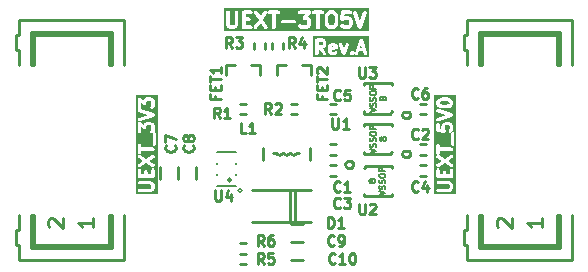
<source format=gbr>
%TF.GenerationSoftware,KiCad,Pcbnew,7.0.9-7.0.9~ubuntu22.04.1*%
%TF.CreationDate,2025-02-28T15:02:42+02:00*%
%TF.ProjectId,UEXT-3TO5V_Rev_A,55455854-2d33-4544-9f35-565f5265765f,A*%
%TF.SameCoordinates,PX68e7780PY76bb820*%
%TF.FileFunction,Legend,Top*%
%TF.FilePolarity,Positive*%
%FSLAX46Y46*%
G04 Gerber Fmt 4.6, Leading zero omitted, Abs format (unit mm)*
G04 Created by KiCad (PCBNEW 7.0.9-7.0.9~ubuntu22.04.1) date 2025-02-28 15:02:42*
%MOMM*%
%LPD*%
G01*
G04 APERTURE LIST*
%ADD10C,0.285750*%
%ADD11C,0.317500*%
%ADD12C,0.222250*%
%ADD13C,0.254000*%
%ADD14C,0.127000*%
%ADD15C,0.228600*%
%ADD16C,0.203200*%
%ADD17C,0.150000*%
G04 APERTURE END LIST*
D10*
G36*
X27284009Y19801235D02*
G01*
X27305649Y19779596D01*
X27334625Y19721644D01*
X27334625Y19625814D01*
X27305649Y19567862D01*
X27284010Y19546224D01*
X27226057Y19517247D01*
X26967232Y19517247D01*
X26967232Y19830211D01*
X27226058Y19830211D01*
X27284009Y19801235D01*
G37*
G36*
X28293010Y19432807D02*
G01*
X28055804Y19385365D01*
X28055804Y19395072D01*
X28073850Y19431165D01*
X28109943Y19449211D01*
X28260201Y19449211D01*
X28293010Y19432807D01*
G37*
G36*
X30653844Y19299532D02*
G01*
X30506014Y19299532D01*
X30579929Y19521276D01*
X30653844Y19299532D01*
G37*
G36*
X31264189Y18523925D02*
G01*
X26518196Y18523925D01*
X26518196Y18830086D01*
X26681482Y18830086D01*
X26700624Y18758649D01*
X26752919Y18706353D01*
X26824357Y18687211D01*
X26895794Y18706353D01*
X26948090Y18758649D01*
X26967232Y18830086D01*
X26967232Y19231497D01*
X27022111Y19231497D01*
X27360452Y18748152D01*
X27417101Y18700606D01*
X27489932Y18687753D01*
X27559434Y18713038D01*
X27606980Y18769686D01*
X27619833Y18842518D01*
X27594548Y18912019D01*
X27537601Y18993372D01*
X27770054Y18993372D01*
X27778552Y18961656D01*
X27785137Y18929477D01*
X27839565Y18820620D01*
X27845363Y18814081D01*
X27848127Y18805791D01*
X27869597Y18786752D01*
X27888633Y18765285D01*
X27896921Y18762523D01*
X27903462Y18756722D01*
X28012320Y18702294D01*
X28044491Y18695712D01*
X28076215Y18687211D01*
X28293929Y18687211D01*
X28325645Y18695710D01*
X28357824Y18702294D01*
X28466682Y18756723D01*
X28522016Y18805791D01*
X28545405Y18875953D01*
X28530578Y18948409D01*
X28481509Y19003744D01*
X28411347Y19027132D01*
X28338891Y19012306D01*
X28260200Y18972961D01*
X28109943Y18972961D01*
X28073850Y18991008D01*
X28055804Y19027101D01*
X28055804Y19093957D01*
X28485235Y19179843D01*
X28506132Y19190176D01*
X28528652Y19196210D01*
X28538740Y19206299D01*
X28551531Y19212623D01*
X28564463Y19232022D01*
X28580948Y19248506D01*
X28584640Y19262287D01*
X28592555Y19274158D01*
X28594055Y19297424D01*
X28600090Y19319943D01*
X28600090Y19428800D01*
X28591589Y19460522D01*
X28585006Y19492696D01*
X28530577Y19601553D01*
X28524779Y19608091D01*
X28522017Y19616379D01*
X28520477Y19617745D01*
X28697663Y19617745D01*
X28703663Y19544032D01*
X28975806Y18782032D01*
X28990445Y18760854D01*
X29001465Y18737589D01*
X29011158Y18730889D01*
X29017859Y18721195D01*
X29041126Y18710174D01*
X29062303Y18695535D01*
X29074046Y18694580D01*
X29084697Y18689534D01*
X29110360Y18691624D01*
X29136016Y18689535D01*
X29146663Y18694579D01*
X29158411Y18695535D01*
X29179590Y18710176D01*
X29202855Y18721195D01*
X29209555Y18730888D01*
X29219248Y18737588D01*
X29230267Y18760853D01*
X29244908Y18782032D01*
X29268302Y18847535D01*
X29625494Y18847535D01*
X29662472Y18783486D01*
X29716900Y18729058D01*
X29733190Y18719653D01*
X29746490Y18706353D01*
X29764658Y18701485D01*
X29780948Y18692080D01*
X29780949Y18692080D01*
X29799757Y18692080D01*
X29817928Y18687211D01*
X29836096Y18692080D01*
X29854906Y18692079D01*
X29871197Y18701485D01*
X29889365Y18706353D01*
X29902663Y18719652D01*
X29908787Y18723187D01*
X29918955Y18729057D01*
X29973382Y18783485D01*
X29973385Y18783486D01*
X29983752Y18801443D01*
X30058955Y18801443D01*
X30092029Y18735293D01*
X30153748Y18694543D01*
X30227572Y18690112D01*
X30293722Y18723187D01*
X30334472Y18784905D01*
X30410764Y19013782D01*
X30749094Y19013782D01*
X30825386Y18784905D01*
X30866136Y18723187D01*
X30932285Y18690112D01*
X31006110Y18694543D01*
X31067828Y18735293D01*
X31100903Y18801443D01*
X31096472Y18875267D01*
X30715472Y20018267D01*
X30699662Y20042212D01*
X30686829Y20067879D01*
X30679535Y20072695D01*
X30674722Y20079985D01*
X30649058Y20092817D01*
X30625110Y20108629D01*
X30616387Y20109153D01*
X30608573Y20113060D01*
X30579929Y20111341D01*
X30551286Y20113060D01*
X30543471Y20109153D01*
X30534748Y20108629D01*
X30510799Y20092817D01*
X30485136Y20079985D01*
X30480321Y20072694D01*
X30473030Y20067879D01*
X30460198Y20042216D01*
X30444386Y20018267D01*
X30063386Y18875267D01*
X30058955Y18801443D01*
X29983752Y18801443D01*
X30005232Y18838647D01*
X30010363Y18847534D01*
X30010364Y18921491D01*
X30005753Y18929477D01*
X29978939Y18975922D01*
X29973386Y18985541D01*
X29973385Y18985542D01*
X29918956Y19039971D01*
X29918955Y19039972D01*
X29902664Y19049378D01*
X29889366Y19062676D01*
X29871197Y19067545D01*
X29854906Y19076950D01*
X29836098Y19076950D01*
X29817928Y19081818D01*
X29799759Y19076950D01*
X29780950Y19076950D01*
X29780948Y19076950D01*
X29780948Y19076949D01*
X29772541Y19072095D01*
X29764658Y19067545D01*
X29746491Y19062676D01*
X29733192Y19049378D01*
X29716900Y19039971D01*
X29716898Y19039969D01*
X29662471Y18985541D01*
X29656918Y18975922D01*
X29625494Y18921493D01*
X29625494Y18847535D01*
X29268302Y18847535D01*
X29517051Y19544032D01*
X29523051Y19617745D01*
X29491392Y19684583D01*
X29430554Y19726637D01*
X29356841Y19732637D01*
X29290002Y19700977D01*
X29247949Y19640140D01*
X29110357Y19254883D01*
X28972765Y19640140D01*
X28930712Y19700977D01*
X28863874Y19732638D01*
X28790160Y19726637D01*
X28729323Y19684584D01*
X28697663Y19617745D01*
X28520477Y19617745D01*
X28500546Y19635418D01*
X28481508Y19656888D01*
X28473219Y19659651D01*
X28466682Y19665448D01*
X28357825Y19719877D01*
X28325650Y19726461D01*
X28293929Y19734961D01*
X28076215Y19734961D01*
X28044493Y19726461D01*
X28012319Y19719877D01*
X27903461Y19665448D01*
X27896922Y19659650D01*
X27888634Y19656887D01*
X27869596Y19635418D01*
X27848127Y19616380D01*
X27845364Y19608092D01*
X27839566Y19601553D01*
X27785137Y19492695D01*
X27778552Y19460517D01*
X27770054Y19428800D01*
X27770054Y18993372D01*
X27537601Y18993372D01*
X27350847Y19260164D01*
X27432539Y19301009D01*
X27449749Y19316271D01*
X27469671Y19327772D01*
X27524100Y19382201D01*
X27535601Y19402123D01*
X27550864Y19419334D01*
X27605292Y19528191D01*
X27611876Y19560370D01*
X27620375Y19592086D01*
X27620375Y19755372D01*
X27611876Y19787089D01*
X27605292Y19819267D01*
X27550864Y19928124D01*
X27535599Y19945338D01*
X27524099Y19965257D01*
X27469670Y20019686D01*
X27449748Y20031187D01*
X27432539Y20046448D01*
X27323682Y20100877D01*
X27291507Y20107461D01*
X27259786Y20115961D01*
X26824357Y20115961D01*
X26752920Y20096819D01*
X26700624Y20044524D01*
X26681482Y19973086D01*
X26681482Y18830086D01*
X26518196Y18830086D01*
X26518196Y20279247D01*
X31264189Y20279247D01*
X31264189Y18523925D01*
G37*
D11*
G36*
X28202914Y22138040D02*
G01*
X28274560Y22066394D01*
X28319631Y21886110D01*
X28319631Y21501860D01*
X28274559Y21321574D01*
X28202915Y21249930D01*
X28138525Y21217734D01*
X27971571Y21217734D01*
X27907179Y21249930D01*
X27835535Y21321574D01*
X27790464Y21501860D01*
X27790464Y21886110D01*
X27835535Y22066395D01*
X27907179Y22138039D01*
X27971571Y22170234D01*
X28138525Y22170234D01*
X28202914Y22138040D01*
G37*
G36*
X31234386Y20718805D02*
G01*
X18945820Y20718805D01*
X18945820Y21300889D01*
X19127249Y21300889D01*
X19136693Y21265642D01*
X19144009Y21229893D01*
X19204486Y21108941D01*
X19221443Y21089818D01*
X19234222Y21067685D01*
X19294698Y21007208D01*
X19316833Y20994428D01*
X19335957Y20977470D01*
X19456908Y20916994D01*
X19492655Y20909679D01*
X19527904Y20900234D01*
X19769809Y20900234D01*
X19805059Y20909680D01*
X19840804Y20916994D01*
X19961756Y20977469D01*
X19980881Y20994429D01*
X20003014Y21007207D01*
X20054791Y21058984D01*
X20457725Y21058984D01*
X20478993Y20979609D01*
X20537100Y20921502D01*
X20616475Y20900234D01*
X21221237Y20900234D01*
X21300612Y20921502D01*
X21358719Y20979609D01*
X21379987Y21058984D01*
X21377249Y21069201D01*
X21486150Y21069201D01*
X21502266Y20988621D01*
X21556512Y20926896D01*
X21634354Y20900563D01*
X21714934Y20916679D01*
X21776659Y20970925D01*
X22067904Y21407794D01*
X22359150Y20970926D01*
X22420875Y20916679D01*
X22501455Y20900563D01*
X22579297Y20926896D01*
X22633543Y20988622D01*
X22649659Y21069202D01*
X22623326Y21147043D01*
X22258698Y21693984D01*
X22623326Y22240925D01*
X22642933Y22298886D01*
X22656137Y22249609D01*
X22714244Y22191502D01*
X22793619Y22170234D01*
X22997726Y22170234D01*
X22997726Y21058984D01*
X23018994Y20979609D01*
X23077101Y20921502D01*
X23156476Y20900234D01*
X23235851Y20921502D01*
X23293958Y20979609D01*
X23315226Y21058984D01*
X23315226Y21542794D01*
X23783916Y21542794D01*
X23805184Y21463419D01*
X23863291Y21405312D01*
X23942666Y21384044D01*
X24910286Y21384044D01*
X24989661Y21405312D01*
X25047768Y21463419D01*
X25069036Y21542794D01*
X25047768Y21622169D01*
X24989661Y21680276D01*
X24910286Y21701544D01*
X23942666Y21701544D01*
X23863291Y21680276D01*
X23805184Y21622169D01*
X23783916Y21542794D01*
X23315226Y21542794D01*
X23315226Y22170234D01*
X23519333Y22170234D01*
X23598708Y22191502D01*
X23656815Y22249609D01*
X23678083Y22328984D01*
X25235345Y22328984D01*
X25256613Y22249609D01*
X25314720Y22191502D01*
X25394095Y22170234D01*
X25830437Y22170234D01*
X25637481Y21949713D01*
X25630560Y21935641D01*
X25619470Y21924550D01*
X25612722Y21899369D01*
X25601217Y21875972D01*
X25602260Y21860322D01*
X25598202Y21845175D01*
X25604949Y21819993D01*
X25606684Y21793978D01*
X25615410Y21780949D01*
X25619470Y21765800D01*
X25637906Y21747364D01*
X25652414Y21725704D01*
X25666486Y21718784D01*
X25677577Y21707693D01*
X25702758Y21700946D01*
X25726155Y21689440D01*
X25741805Y21690484D01*
X25756952Y21686425D01*
X25900906Y21686425D01*
X25965296Y21654230D01*
X25989339Y21630187D01*
X26021536Y21565794D01*
X26021536Y21338366D01*
X25989339Y21273973D01*
X25965296Y21249930D01*
X25900906Y21217734D01*
X25613000Y21217734D01*
X25548606Y21249931D01*
X25506349Y21292189D01*
X25435184Y21333278D01*
X25353008Y21333278D01*
X25281843Y21292191D01*
X25240754Y21221026D01*
X25240754Y21138850D01*
X25281841Y21067685D01*
X25342317Y21007208D01*
X25364450Y20994429D01*
X25383576Y20977469D01*
X25504529Y20916994D01*
X25540272Y20909680D01*
X25575524Y20900234D01*
X25938381Y20900234D01*
X25973631Y20909680D01*
X26009376Y20916994D01*
X26130328Y20977469D01*
X26149453Y20994429D01*
X26171587Y21007208D01*
X26232063Y21067685D01*
X26244841Y21089818D01*
X26261799Y21108941D01*
X26322276Y21229893D01*
X26329591Y21265642D01*
X26339036Y21300889D01*
X26339036Y21603270D01*
X26329591Y21638518D01*
X26322276Y21674266D01*
X26261799Y21795218D01*
X26244841Y21814342D01*
X26232063Y21836474D01*
X26171587Y21896951D01*
X26149453Y21909731D01*
X26130328Y21926690D01*
X26066948Y21958380D01*
X26299758Y22224446D01*
X26306679Y22238521D01*
X26317768Y22249609D01*
X26324514Y22274790D01*
X26336021Y22298187D01*
X26334977Y22313838D01*
X26339036Y22328984D01*
X26384393Y22328984D01*
X26405661Y22249609D01*
X26463768Y22191502D01*
X26543143Y22170234D01*
X26747250Y22170234D01*
X26747250Y21058984D01*
X26768518Y20979609D01*
X26826625Y20921502D01*
X26906000Y20900234D01*
X26985375Y20921502D01*
X27043482Y20979609D01*
X27064750Y21058984D01*
X27064750Y21482318D01*
X27472964Y21482318D01*
X27478033Y21463399D01*
X27477704Y21443816D01*
X27538180Y21201911D01*
X27538849Y21200706D01*
X27538849Y21199325D01*
X27558750Y21164856D01*
X27578064Y21130064D01*
X27579247Y21129354D01*
X27579937Y21128160D01*
X27700890Y21007207D01*
X27723024Y20994428D01*
X27742148Y20977470D01*
X27863099Y20916994D01*
X27898846Y20909679D01*
X27934095Y20900234D01*
X28176000Y20900234D01*
X28211250Y20909680D01*
X28246995Y20916994D01*
X28367947Y20977469D01*
X28387072Y20994429D01*
X28409205Y21007207D01*
X28530158Y21128160D01*
X28530847Y21129354D01*
X28532031Y21130064D01*
X28551344Y21164856D01*
X28571246Y21199325D01*
X28571246Y21200706D01*
X28571915Y21201911D01*
X28632391Y21443816D01*
X28632061Y21463399D01*
X28637131Y21482318D01*
X28637131Y21740018D01*
X28804228Y21740018D01*
X28808849Y21711765D01*
X28808849Y21683133D01*
X28815382Y21671817D01*
X28817492Y21658921D01*
X28835623Y21636760D01*
X28849938Y21611968D01*
X28861252Y21605436D01*
X28869529Y21595320D01*
X28896310Y21585195D01*
X28921103Y21570881D01*
X28934171Y21570881D01*
X28946394Y21566260D01*
X28974647Y21570881D01*
X29003279Y21570881D01*
X29014595Y21577415D01*
X29027491Y21579524D01*
X29049652Y21597656D01*
X29074444Y21611970D01*
X29116701Y21654229D01*
X29181095Y21686425D01*
X29408525Y21686425D01*
X29472915Y21654230D01*
X29496958Y21630187D01*
X29529155Y21565794D01*
X29529155Y21338366D01*
X29496958Y21273973D01*
X29472915Y21249930D01*
X29408525Y21217734D01*
X29181095Y21217734D01*
X29116701Y21249931D01*
X29074444Y21292189D01*
X29003279Y21333278D01*
X28921103Y21333278D01*
X28849938Y21292191D01*
X28808849Y21221026D01*
X28808849Y21138850D01*
X28849936Y21067685D01*
X28910412Y21007208D01*
X28932545Y20994429D01*
X28951671Y20977469D01*
X29072624Y20916994D01*
X29108367Y20909680D01*
X29143619Y20900234D01*
X29446000Y20900234D01*
X29481250Y20909680D01*
X29516995Y20916994D01*
X29637947Y20977469D01*
X29657072Y20994429D01*
X29679206Y21007208D01*
X29739682Y21067685D01*
X29752460Y21089818D01*
X29769418Y21108941D01*
X29829895Y21229893D01*
X29837210Y21265642D01*
X29846655Y21300889D01*
X29846655Y21603270D01*
X29837210Y21638518D01*
X29829895Y21674266D01*
X29769418Y21795218D01*
X29752460Y21814342D01*
X29739682Y21836474D01*
X29679206Y21896951D01*
X29657072Y21909731D01*
X29637947Y21926690D01*
X29516995Y21987165D01*
X29481250Y21994480D01*
X29446000Y22003925D01*
X29149702Y22003925D01*
X29166333Y22170234D01*
X29627428Y22170234D01*
X29706803Y22191502D01*
X29764910Y22249609D01*
X29786178Y22328984D01*
X29777650Y22360810D01*
X29895235Y22360810D01*
X29900159Y22278783D01*
X30323491Y21008783D01*
X30341060Y20982174D01*
X30355318Y20953658D01*
X30363419Y20948309D01*
X30368769Y20940207D01*
X30397287Y20925948D01*
X30423894Y20908381D01*
X30433584Y20907800D01*
X30442269Y20903457D01*
X30474095Y20905368D01*
X30505921Y20903457D01*
X30514605Y20907800D01*
X30524296Y20908381D01*
X30550902Y20925948D01*
X30579421Y20940207D01*
X30584770Y20948309D01*
X30592872Y20953658D01*
X30607131Y20982177D01*
X30624698Y21008783D01*
X31048033Y22278783D01*
X31052957Y22360810D01*
X31016206Y22434310D01*
X30947630Y22479588D01*
X30865603Y22484512D01*
X30792103Y22447762D01*
X30746826Y22379185D01*
X30474095Y21560995D01*
X30201365Y22379185D01*
X30156088Y22447761D01*
X30082588Y22484511D01*
X30000561Y22479587D01*
X29931985Y22434310D01*
X29895235Y22360810D01*
X29777650Y22360810D01*
X29764910Y22408359D01*
X29706803Y22466466D01*
X29627428Y22487734D01*
X29022666Y22487734D01*
X28990367Y22479080D01*
X28957365Y22473682D01*
X28951104Y22468560D01*
X28943291Y22466466D01*
X28919646Y22442822D01*
X28893764Y22421645D01*
X28890903Y22414079D01*
X28885184Y22408359D01*
X28876529Y22376059D01*
X28864704Y22344780D01*
X28804228Y21740018D01*
X28637131Y21740018D01*
X28637131Y21905651D01*
X28632061Y21924571D01*
X28632391Y21944153D01*
X28571915Y22186058D01*
X28571246Y22187264D01*
X28571246Y22188644D01*
X28551344Y22223114D01*
X28532031Y22257905D01*
X28530847Y22258616D01*
X28530158Y22259809D01*
X28409205Y22380762D01*
X28387070Y22393541D01*
X28367947Y22410499D01*
X28246995Y22470974D01*
X28211250Y22478289D01*
X28176000Y22487734D01*
X27934095Y22487734D01*
X27898846Y22478290D01*
X27863099Y22470974D01*
X27742148Y22410498D01*
X27723026Y22393543D01*
X27700890Y22380762D01*
X27579937Y22259810D01*
X27579246Y22258615D01*
X27578064Y22257905D01*
X27558757Y22223127D01*
X27538849Y22188644D01*
X27538849Y22187264D01*
X27538180Y22186058D01*
X27477704Y21944153D01*
X27478033Y21924571D01*
X27472964Y21905651D01*
X27472964Y21482318D01*
X27064750Y21482318D01*
X27064750Y22170234D01*
X27268857Y22170234D01*
X27348232Y22191502D01*
X27406339Y22249609D01*
X27427607Y22328984D01*
X27406339Y22408359D01*
X27348232Y22466466D01*
X27268857Y22487734D01*
X26543143Y22487734D01*
X26463768Y22466466D01*
X26405661Y22408359D01*
X26384393Y22328984D01*
X26339036Y22328984D01*
X26332289Y22354164D01*
X26330555Y22380181D01*
X26321826Y22393213D01*
X26317768Y22408359D01*
X26299334Y22426793D01*
X26284824Y22448456D01*
X26270749Y22455378D01*
X26259661Y22466466D01*
X26234480Y22473213D01*
X26211083Y22484719D01*
X26195432Y22483676D01*
X26180286Y22487734D01*
X25394095Y22487734D01*
X25314720Y22466466D01*
X25256613Y22408359D01*
X25235345Y22328984D01*
X23678083Y22328984D01*
X23656815Y22408359D01*
X23598708Y22466466D01*
X23519333Y22487734D01*
X22793619Y22487734D01*
X22714244Y22466466D01*
X22656137Y22408359D01*
X22642167Y22356224D01*
X22633543Y22399346D01*
X22579297Y22461072D01*
X22501455Y22487405D01*
X22420875Y22471289D01*
X22359150Y22417042D01*
X22067904Y21980175D01*
X21776659Y22417043D01*
X21714934Y22471289D01*
X21634354Y22487405D01*
X21556512Y22461072D01*
X21502266Y22399347D01*
X21486150Y22318767D01*
X21512483Y22240925D01*
X21877110Y21693984D01*
X21512483Y21147043D01*
X21486150Y21069201D01*
X21377249Y21069201D01*
X21358719Y21138359D01*
X21300612Y21196466D01*
X21221237Y21217734D01*
X20775225Y21217734D01*
X20775225Y21565472D01*
X21039809Y21565472D01*
X21119184Y21586740D01*
X21177291Y21644847D01*
X21198559Y21724222D01*
X21177291Y21803597D01*
X21119184Y21861704D01*
X21039809Y21882972D01*
X20775225Y21882972D01*
X20775225Y22170234D01*
X21221237Y22170234D01*
X21300612Y22191502D01*
X21358719Y22249609D01*
X21379987Y22328984D01*
X21358719Y22408359D01*
X21300612Y22466466D01*
X21221237Y22487734D01*
X20616475Y22487734D01*
X20537100Y22466466D01*
X20478993Y22408359D01*
X20457725Y22328984D01*
X20457725Y21058984D01*
X20054791Y21058984D01*
X20063491Y21067684D01*
X20076270Y21089819D01*
X20093228Y21108942D01*
X20153704Y21229893D01*
X20161019Y21265641D01*
X20170464Y21300889D01*
X20170464Y22328984D01*
X20149196Y22408359D01*
X20091089Y22466466D01*
X20011714Y22487734D01*
X19932339Y22466466D01*
X19874232Y22408359D01*
X19852964Y22328984D01*
X19852964Y21338366D01*
X19820768Y21273974D01*
X19796724Y21249930D01*
X19732334Y21217734D01*
X19565380Y21217734D01*
X19500989Y21249930D01*
X19476945Y21273973D01*
X19444749Y21338366D01*
X19444749Y22328984D01*
X19423481Y22408359D01*
X19365374Y22466466D01*
X19285999Y22487734D01*
X19206624Y22466466D01*
X19148517Y22408359D01*
X19127249Y22328984D01*
X19127249Y21300889D01*
X18945820Y21300889D01*
X18945820Y22669163D01*
X31234386Y22669163D01*
X31234386Y20718805D01*
G37*
D12*
X35393833Y15091955D02*
X35351500Y15049621D01*
X35351500Y15049621D02*
X35224500Y15007288D01*
X35224500Y15007288D02*
X35139833Y15007288D01*
X35139833Y15007288D02*
X35012833Y15049621D01*
X35012833Y15049621D02*
X34928167Y15134288D01*
X34928167Y15134288D02*
X34885833Y15218955D01*
X34885833Y15218955D02*
X34843500Y15388288D01*
X34843500Y15388288D02*
X34843500Y15515288D01*
X34843500Y15515288D02*
X34885833Y15684621D01*
X34885833Y15684621D02*
X34928167Y15769288D01*
X34928167Y15769288D02*
X35012833Y15853955D01*
X35012833Y15853955D02*
X35139833Y15896288D01*
X35139833Y15896288D02*
X35224500Y15896288D01*
X35224500Y15896288D02*
X35351500Y15853955D01*
X35351500Y15853955D02*
X35393833Y15811621D01*
X36155833Y15896288D02*
X35986500Y15896288D01*
X35986500Y15896288D02*
X35901833Y15853955D01*
X35901833Y15853955D02*
X35859500Y15811621D01*
X35859500Y15811621D02*
X35774833Y15684621D01*
X35774833Y15684621D02*
X35732500Y15515288D01*
X35732500Y15515288D02*
X35732500Y15176621D01*
X35732500Y15176621D02*
X35774833Y15091955D01*
X35774833Y15091955D02*
X35817167Y15049621D01*
X35817167Y15049621D02*
X35901833Y15007288D01*
X35901833Y15007288D02*
X36071167Y15007288D01*
X36071167Y15007288D02*
X36155833Y15049621D01*
X36155833Y15049621D02*
X36198167Y15091955D01*
X36198167Y15091955D02*
X36240500Y15176621D01*
X36240500Y15176621D02*
X36240500Y15388288D01*
X36240500Y15388288D02*
X36198167Y15472955D01*
X36198167Y15472955D02*
X36155833Y15515288D01*
X36155833Y15515288D02*
X36071167Y15557621D01*
X36071167Y15557621D02*
X35901833Y15557621D01*
X35901833Y15557621D02*
X35817167Y15515288D01*
X35817167Y15515288D02*
X35774833Y15472955D01*
X35774833Y15472955D02*
X35732500Y15388288D01*
D10*
G36*
X13356932Y6945626D02*
G01*
X11492753Y6945626D01*
X11492753Y7251787D01*
X11656039Y7251787D01*
X11675181Y7180350D01*
X11727477Y7128054D01*
X11798914Y7108912D01*
X12724200Y7108912D01*
X12755921Y7117413D01*
X12788096Y7123996D01*
X12896953Y7178425D01*
X12914162Y7193687D01*
X12934084Y7205187D01*
X12988513Y7259616D01*
X13000013Y7279536D01*
X13015278Y7296749D01*
X13069706Y7405607D01*
X13076288Y7437779D01*
X13084789Y7469502D01*
X13084789Y7687216D01*
X13076290Y7718933D01*
X13069706Y7751111D01*
X13015278Y7859968D01*
X13000015Y7877180D01*
X12988514Y7897101D01*
X12934085Y7951530D01*
X12914163Y7963032D01*
X12896953Y7978293D01*
X12788095Y8032722D01*
X12755916Y8039307D01*
X12724200Y8047805D01*
X11798914Y8047805D01*
X11727477Y8028663D01*
X11675181Y7976368D01*
X11656039Y7904930D01*
X11675181Y7833493D01*
X11727477Y7781197D01*
X11798914Y7762055D01*
X12690471Y7762055D01*
X12748424Y7733079D01*
X12770063Y7711440D01*
X12799039Y7653488D01*
X12799039Y7503230D01*
X12770063Y7445278D01*
X12748423Y7423639D01*
X12690472Y7394662D01*
X11798914Y7394662D01*
X11727477Y7375520D01*
X11675181Y7323225D01*
X11656039Y7251787D01*
X11492753Y7251787D01*
X11492753Y8449216D01*
X11656039Y8449216D01*
X11675181Y8377779D01*
X11727476Y8325483D01*
X11798914Y8306341D01*
X12343200Y8306341D01*
X12941914Y8306341D01*
X13013351Y8325483D01*
X13065647Y8377778D01*
X13084789Y8449216D01*
X13084789Y8993502D01*
X13065647Y9064939D01*
X13013352Y9117235D01*
X12941914Y9136377D01*
X12870477Y9117235D01*
X12818181Y9064939D01*
X12799039Y8993502D01*
X12799039Y8592091D01*
X12486075Y8592091D01*
X12486075Y8830216D01*
X12466933Y8901653D01*
X12414638Y8953949D01*
X12343200Y8973091D01*
X12271763Y8953949D01*
X12219467Y8901653D01*
X12200325Y8830216D01*
X12200325Y8592091D01*
X11941789Y8592091D01*
X11941789Y8993502D01*
X11922647Y9064939D01*
X11870352Y9117235D01*
X11798914Y9136377D01*
X11727477Y9117235D01*
X11675181Y9064939D01*
X11656039Y8993502D01*
X11656039Y8449216D01*
X11492753Y8449216D01*
X11492753Y10408645D01*
X11656039Y10408645D01*
X11675181Y10337208D01*
X11727476Y10284912D01*
X11774400Y10272339D01*
X11735589Y10264577D01*
X11680035Y10215755D01*
X11656336Y10145698D01*
X11670840Y10073176D01*
X11719661Y10017623D01*
X12112842Y9755502D01*
X11719661Y9493381D01*
X11670840Y9437828D01*
X11656335Y9365307D01*
X11680035Y9295249D01*
X11735588Y9246428D01*
X11808110Y9231924D01*
X11878167Y9255623D01*
X12370414Y9583788D01*
X12862661Y9255623D01*
X12932718Y9231924D01*
X13005239Y9246427D01*
X13060793Y9295249D01*
X13084492Y9365306D01*
X13069988Y9437828D01*
X13021167Y9493381D01*
X12627985Y9755502D01*
X13021167Y10017623D01*
X13069988Y10073176D01*
X13084493Y10145697D01*
X13060793Y10215755D01*
X13005240Y10264576D01*
X12932718Y10279080D01*
X12862661Y10255381D01*
X12370414Y9927217D01*
X11878167Y10255381D01*
X11826000Y10273028D01*
X11870351Y10284912D01*
X11922647Y10337208D01*
X11941789Y10408645D01*
X11941789Y10592341D01*
X12941914Y10592341D01*
X13013351Y10611483D01*
X13065647Y10663778D01*
X13084789Y10735216D01*
X13065647Y10806653D01*
X13013351Y10858949D01*
X12941914Y10878091D01*
X11941789Y10878091D01*
X11941789Y11061787D01*
X11922647Y11133224D01*
X11870352Y11185520D01*
X11798914Y11204662D01*
X11727477Y11185520D01*
X11675181Y11133224D01*
X11656039Y11061787D01*
X11656039Y10408645D01*
X11492753Y10408645D01*
X11492753Y12204787D01*
X11656039Y12204787D01*
X11675181Y12133350D01*
X11727476Y12081054D01*
X11798914Y12061912D01*
X11870351Y12081054D01*
X11922647Y12133350D01*
X11941789Y12204787D01*
X11941789Y12597497D01*
X12140259Y12423835D01*
X12152924Y12417607D01*
X12162905Y12407626D01*
X12185571Y12401553D01*
X12206626Y12391199D01*
X12220707Y12392138D01*
X12234343Y12388484D01*
X12257009Y12394558D01*
X12280419Y12396118D01*
X12292146Y12403973D01*
X12305780Y12407626D01*
X12322370Y12424217D01*
X12341867Y12437275D01*
X12348096Y12449943D01*
X12358076Y12459922D01*
X12364149Y12482588D01*
X12374503Y12503642D01*
X12373564Y12517724D01*
X12377218Y12531359D01*
X12377218Y12660916D01*
X12406194Y12718869D01*
X12427834Y12740509D01*
X12485785Y12769484D01*
X12690472Y12769484D01*
X12748422Y12740509D01*
X12770063Y12718868D01*
X12799039Y12660916D01*
X12799039Y12401801D01*
X12770063Y12343849D01*
X12732029Y12305815D01*
X12695051Y12241766D01*
X12695050Y12167809D01*
X12732029Y12103759D01*
X12796078Y12066781D01*
X12870036Y12066781D01*
X12922838Y12097266D01*
X12907896Y12041502D01*
X12907896Y11170644D01*
X12927038Y11099207D01*
X12979333Y11046911D01*
X13050771Y11027769D01*
X13122208Y11046911D01*
X13174504Y11099207D01*
X13193646Y11170644D01*
X13193646Y12041502D01*
X13174504Y12112939D01*
X13122209Y12165235D01*
X13050771Y12184377D01*
X12995007Y12169435D01*
X13000015Y12178110D01*
X13015278Y12195321D01*
X13069706Y12304178D01*
X13076290Y12336357D01*
X13084789Y12368073D01*
X13084789Y12694644D01*
X13076290Y12726361D01*
X13069706Y12758539D01*
X13015278Y12867396D01*
X13000015Y12884608D01*
X12988514Y12904529D01*
X12934085Y12958958D01*
X12914163Y12970460D01*
X12896953Y12985721D01*
X12788096Y13040150D01*
X12755921Y13046734D01*
X12724200Y13055234D01*
X12452057Y13055234D01*
X12420335Y13046734D01*
X12388161Y13040150D01*
X12279304Y12985721D01*
X12262093Y12970460D01*
X12242172Y12958958D01*
X12187743Y12904529D01*
X12176241Y12884608D01*
X12160980Y12867397D01*
X12132458Y12810355D01*
X11892998Y13019883D01*
X11880332Y13026112D01*
X11870352Y13036092D01*
X11847685Y13042166D01*
X11826631Y13052519D01*
X11812549Y13051581D01*
X11798914Y13055234D01*
X11776247Y13049161D01*
X11752838Y13047600D01*
X11741110Y13039746D01*
X11727477Y13036092D01*
X11710886Y13019502D01*
X11691390Y13006443D01*
X11685160Y12993776D01*
X11675181Y12983796D01*
X11669107Y12961131D01*
X11658754Y12940076D01*
X11659692Y12925995D01*
X11656039Y12912359D01*
X11656039Y12204787D01*
X11492753Y12204787D01*
X11492753Y14273072D01*
X11656039Y14273072D01*
X11675181Y14201635D01*
X11727476Y14149339D01*
X11766322Y14138930D01*
X11704121Y14107830D01*
X11663371Y14046111D01*
X11658940Y13972287D01*
X11692015Y13906137D01*
X11753733Y13865387D01*
X12490104Y13619930D01*
X11753733Y13374473D01*
X11692015Y13333723D01*
X11658940Y13267574D01*
X11663371Y13193749D01*
X11704121Y13132031D01*
X11770271Y13098956D01*
X11844095Y13103387D01*
X12987095Y13484387D01*
X13011039Y13500197D01*
X13036707Y13513030D01*
X13041522Y13520324D01*
X13048813Y13525137D01*
X13061644Y13550801D01*
X13077457Y13574749D01*
X13077980Y13583472D01*
X13081888Y13591286D01*
X13080168Y13619930D01*
X13081888Y13648573D01*
X13077980Y13656388D01*
X13077457Y13665111D01*
X13061644Y13689060D01*
X13048813Y13714723D01*
X13041521Y13719538D01*
X13036707Y13726829D01*
X13011043Y13739661D01*
X12987095Y13755473D01*
X11844095Y14136473D01*
X11826317Y14137541D01*
X11870351Y14149339D01*
X11922647Y14201635D01*
X11941789Y14273072D01*
X11941789Y14665782D01*
X12140259Y14492120D01*
X12152924Y14485892D01*
X12162905Y14475911D01*
X12185571Y14469838D01*
X12206626Y14459484D01*
X12220707Y14460423D01*
X12234343Y14456769D01*
X12257009Y14462843D01*
X12280419Y14464403D01*
X12292146Y14472258D01*
X12305780Y14475911D01*
X12322370Y14492502D01*
X12341867Y14505560D01*
X12348096Y14518228D01*
X12358076Y14528207D01*
X12364149Y14550873D01*
X12374503Y14571927D01*
X12373564Y14586009D01*
X12377218Y14599644D01*
X12377218Y14729201D01*
X12406194Y14787154D01*
X12427834Y14808794D01*
X12485785Y14837769D01*
X12690472Y14837769D01*
X12748422Y14808794D01*
X12770063Y14787153D01*
X12799039Y14729201D01*
X12799039Y14470086D01*
X12770063Y14412134D01*
X12732029Y14374100D01*
X12695051Y14310051D01*
X12695050Y14236094D01*
X12732029Y14172044D01*
X12796078Y14135066D01*
X12870036Y14135066D01*
X12934085Y14172044D01*
X12988514Y14226473D01*
X13000015Y14246395D01*
X13015278Y14263606D01*
X13069706Y14372463D01*
X13076290Y14404642D01*
X13084789Y14436358D01*
X13084789Y14762929D01*
X13076290Y14794646D01*
X13069706Y14826824D01*
X13015278Y14935681D01*
X13000015Y14952893D01*
X12988514Y14972814D01*
X12934085Y15027243D01*
X12914163Y15038745D01*
X12896953Y15054006D01*
X12788096Y15108435D01*
X12755921Y15115019D01*
X12724200Y15123519D01*
X12452057Y15123519D01*
X12420335Y15115019D01*
X12388161Y15108435D01*
X12279304Y15054006D01*
X12262093Y15038745D01*
X12242172Y15027243D01*
X12187743Y14972814D01*
X12176241Y14952893D01*
X12160980Y14935682D01*
X12132458Y14878640D01*
X11892998Y15088168D01*
X11880332Y15094397D01*
X11870352Y15104377D01*
X11847685Y15110451D01*
X11826631Y15120804D01*
X11812549Y15119866D01*
X11798914Y15123519D01*
X11776247Y15117446D01*
X11752838Y15115885D01*
X11741110Y15108031D01*
X11727477Y15104377D01*
X11710886Y15087787D01*
X11691390Y15074728D01*
X11685160Y15062061D01*
X11675181Y15052081D01*
X11669107Y15029416D01*
X11658754Y15008361D01*
X11659692Y14994280D01*
X11656039Y14980644D01*
X11656039Y14273072D01*
X11492753Y14273072D01*
X11492753Y15286805D01*
X13356932Y15286805D01*
X13356932Y6945626D01*
G37*
D13*
X4155270Y4152143D02*
X4094794Y4212619D01*
X4094794Y4212619D02*
X4034318Y4333572D01*
X4034318Y4333572D02*
X4034318Y4635953D01*
X4034318Y4635953D02*
X4094794Y4756905D01*
X4094794Y4756905D02*
X4155270Y4817381D01*
X4155270Y4817381D02*
X4276222Y4877858D01*
X4276222Y4877858D02*
X4397175Y4877858D01*
X4397175Y4877858D02*
X4578603Y4817381D01*
X4578603Y4817381D02*
X5304318Y4091667D01*
X5304318Y4091667D02*
X5304318Y4877858D01*
X7844318Y4877858D02*
X7844318Y4152143D01*
X7844318Y4515000D02*
X6574318Y4515000D01*
X6574318Y4515000D02*
X6755746Y4394048D01*
X6755746Y4394048D02*
X6876699Y4273096D01*
X6876699Y4273096D02*
X6937175Y4152143D01*
D12*
X28366499Y1121955D02*
X28324166Y1079621D01*
X28324166Y1079621D02*
X28197166Y1037288D01*
X28197166Y1037288D02*
X28112499Y1037288D01*
X28112499Y1037288D02*
X27985499Y1079621D01*
X27985499Y1079621D02*
X27900833Y1164288D01*
X27900833Y1164288D02*
X27858499Y1248955D01*
X27858499Y1248955D02*
X27816166Y1418288D01*
X27816166Y1418288D02*
X27816166Y1545288D01*
X27816166Y1545288D02*
X27858499Y1714621D01*
X27858499Y1714621D02*
X27900833Y1799288D01*
X27900833Y1799288D02*
X27985499Y1883955D01*
X27985499Y1883955D02*
X28112499Y1926288D01*
X28112499Y1926288D02*
X28197166Y1926288D01*
X28197166Y1926288D02*
X28324166Y1883955D01*
X28324166Y1883955D02*
X28366499Y1841621D01*
X29213166Y1037288D02*
X28705166Y1037288D01*
X28959166Y1037288D02*
X28959166Y1926288D01*
X28959166Y1926288D02*
X28874499Y1799288D01*
X28874499Y1799288D02*
X28789833Y1714621D01*
X28789833Y1714621D02*
X28705166Y1672288D01*
X29763500Y1926288D02*
X29848166Y1926288D01*
X29848166Y1926288D02*
X29932833Y1883955D01*
X29932833Y1883955D02*
X29975166Y1841621D01*
X29975166Y1841621D02*
X30017500Y1756955D01*
X30017500Y1756955D02*
X30059833Y1587621D01*
X30059833Y1587621D02*
X30059833Y1375955D01*
X30059833Y1375955D02*
X30017500Y1206621D01*
X30017500Y1206621D02*
X29975166Y1121955D01*
X29975166Y1121955D02*
X29932833Y1079621D01*
X29932833Y1079621D02*
X29848166Y1037288D01*
X29848166Y1037288D02*
X29763500Y1037288D01*
X29763500Y1037288D02*
X29678833Y1079621D01*
X29678833Y1079621D02*
X29636500Y1121955D01*
X29636500Y1121955D02*
X29594166Y1206621D01*
X29594166Y1206621D02*
X29551833Y1375955D01*
X29551833Y1375955D02*
X29551833Y1587621D01*
X29551833Y1587621D02*
X29594166Y1756955D01*
X29594166Y1756955D02*
X29636500Y1841621D01*
X29636500Y1841621D02*
X29678833Y1883955D01*
X29678833Y1883955D02*
X29763500Y1926288D01*
X22312833Y2561288D02*
X22016500Y2984621D01*
X21804833Y2561288D02*
X21804833Y3450288D01*
X21804833Y3450288D02*
X22143500Y3450288D01*
X22143500Y3450288D02*
X22228167Y3407955D01*
X22228167Y3407955D02*
X22270500Y3365621D01*
X22270500Y3365621D02*
X22312833Y3280955D01*
X22312833Y3280955D02*
X22312833Y3153955D01*
X22312833Y3153955D02*
X22270500Y3069288D01*
X22270500Y3069288D02*
X22228167Y3026955D01*
X22228167Y3026955D02*
X22143500Y2984621D01*
X22143500Y2984621D02*
X21804833Y2984621D01*
X23074833Y3450288D02*
X22905500Y3450288D01*
X22905500Y3450288D02*
X22820833Y3407955D01*
X22820833Y3407955D02*
X22778500Y3365621D01*
X22778500Y3365621D02*
X22693833Y3238621D01*
X22693833Y3238621D02*
X22651500Y3069288D01*
X22651500Y3069288D02*
X22651500Y2730621D01*
X22651500Y2730621D02*
X22693833Y2645955D01*
X22693833Y2645955D02*
X22736167Y2603621D01*
X22736167Y2603621D02*
X22820833Y2561288D01*
X22820833Y2561288D02*
X22990167Y2561288D01*
X22990167Y2561288D02*
X23074833Y2603621D01*
X23074833Y2603621D02*
X23117167Y2645955D01*
X23117167Y2645955D02*
X23159500Y2730621D01*
X23159500Y2730621D02*
X23159500Y2942288D01*
X23159500Y2942288D02*
X23117167Y3026955D01*
X23117167Y3026955D02*
X23074833Y3069288D01*
X23074833Y3069288D02*
X22990167Y3111621D01*
X22990167Y3111621D02*
X22820833Y3111621D01*
X22820833Y3111621D02*
X22736167Y3069288D01*
X22736167Y3069288D02*
X22693833Y3026955D01*
X22693833Y3026955D02*
X22651500Y2942288D01*
X19645833Y19325288D02*
X19349500Y19748621D01*
X19137833Y19325288D02*
X19137833Y20214288D01*
X19137833Y20214288D02*
X19476500Y20214288D01*
X19476500Y20214288D02*
X19561167Y20171955D01*
X19561167Y20171955D02*
X19603500Y20129621D01*
X19603500Y20129621D02*
X19645833Y20044955D01*
X19645833Y20044955D02*
X19645833Y19917955D01*
X19645833Y19917955D02*
X19603500Y19833288D01*
X19603500Y19833288D02*
X19561167Y19790955D01*
X19561167Y19790955D02*
X19476500Y19748621D01*
X19476500Y19748621D02*
X19137833Y19748621D01*
X19942167Y20214288D02*
X20492500Y20214288D01*
X20492500Y20214288D02*
X20196167Y19875621D01*
X20196167Y19875621D02*
X20323167Y19875621D01*
X20323167Y19875621D02*
X20407833Y19833288D01*
X20407833Y19833288D02*
X20450167Y19790955D01*
X20450167Y19790955D02*
X20492500Y19706288D01*
X20492500Y19706288D02*
X20492500Y19494621D01*
X20492500Y19494621D02*
X20450167Y19409955D01*
X20450167Y19409955D02*
X20407833Y19367621D01*
X20407833Y19367621D02*
X20323167Y19325288D01*
X20323167Y19325288D02*
X20069167Y19325288D01*
X20069167Y19325288D02*
X19984500Y19367621D01*
X19984500Y19367621D02*
X19942167Y19409955D01*
X30419666Y17674288D02*
X30419666Y16954621D01*
X30419666Y16954621D02*
X30462000Y16869955D01*
X30462000Y16869955D02*
X30504333Y16827621D01*
X30504333Y16827621D02*
X30589000Y16785288D01*
X30589000Y16785288D02*
X30758333Y16785288D01*
X30758333Y16785288D02*
X30843000Y16827621D01*
X30843000Y16827621D02*
X30885333Y16869955D01*
X30885333Y16869955D02*
X30927666Y16954621D01*
X30927666Y16954621D02*
X30927666Y17674288D01*
X31266333Y17674288D02*
X31816666Y17674288D01*
X31816666Y17674288D02*
X31520333Y17335621D01*
X31520333Y17335621D02*
X31647333Y17335621D01*
X31647333Y17335621D02*
X31731999Y17293288D01*
X31731999Y17293288D02*
X31774333Y17250955D01*
X31774333Y17250955D02*
X31816666Y17166288D01*
X31816666Y17166288D02*
X31816666Y16954621D01*
X31816666Y16954621D02*
X31774333Y16869955D01*
X31774333Y16869955D02*
X31731999Y16827621D01*
X31731999Y16827621D02*
X31647333Y16785288D01*
X31647333Y16785288D02*
X31393333Y16785288D01*
X31393333Y16785288D02*
X31308666Y16827621D01*
X31308666Y16827621D02*
X31266333Y16869955D01*
D14*
X32374120Y14977619D02*
X32349930Y14929238D01*
X32349930Y14929238D02*
X32325739Y14905048D01*
X32325739Y14905048D02*
X32277358Y14880857D01*
X32277358Y14880857D02*
X32253168Y14880857D01*
X32253168Y14880857D02*
X32204787Y14905048D01*
X32204787Y14905048D02*
X32180596Y14929238D01*
X32180596Y14929238D02*
X32156406Y14977619D01*
X32156406Y14977619D02*
X32156406Y15074381D01*
X32156406Y15074381D02*
X32180596Y15122762D01*
X32180596Y15122762D02*
X32204787Y15146953D01*
X32204787Y15146953D02*
X32253168Y15171143D01*
X32253168Y15171143D02*
X32277358Y15171143D01*
X32277358Y15171143D02*
X32325739Y15146953D01*
X32325739Y15146953D02*
X32349930Y15122762D01*
X32349930Y15122762D02*
X32374120Y15074381D01*
X32374120Y15074381D02*
X32374120Y14977619D01*
X32374120Y14977619D02*
X32398311Y14929238D01*
X32398311Y14929238D02*
X32422501Y14905048D01*
X32422501Y14905048D02*
X32470882Y14880857D01*
X32470882Y14880857D02*
X32567644Y14880857D01*
X32567644Y14880857D02*
X32616025Y14905048D01*
X32616025Y14905048D02*
X32640216Y14929238D01*
X32640216Y14929238D02*
X32664406Y14977619D01*
X32664406Y14977619D02*
X32664406Y15074381D01*
X32664406Y15074381D02*
X32640216Y15122762D01*
X32640216Y15122762D02*
X32616025Y15146953D01*
X32616025Y15146953D02*
X32567644Y15171143D01*
X32567644Y15171143D02*
X32470882Y15171143D01*
X32470882Y15171143D02*
X32422501Y15146953D01*
X32422501Y15146953D02*
X32398311Y15122762D01*
X32398311Y15122762D02*
X32374120Y15074381D01*
X31306406Y13852762D02*
X31814406Y14022096D01*
X31814406Y14022096D02*
X31306406Y14191429D01*
X31790216Y14336572D02*
X31814406Y14409144D01*
X31814406Y14409144D02*
X31814406Y14530096D01*
X31814406Y14530096D02*
X31790216Y14578477D01*
X31790216Y14578477D02*
X31766025Y14602668D01*
X31766025Y14602668D02*
X31717644Y14626858D01*
X31717644Y14626858D02*
X31669263Y14626858D01*
X31669263Y14626858D02*
X31620882Y14602668D01*
X31620882Y14602668D02*
X31596692Y14578477D01*
X31596692Y14578477D02*
X31572501Y14530096D01*
X31572501Y14530096D02*
X31548311Y14433334D01*
X31548311Y14433334D02*
X31524120Y14384953D01*
X31524120Y14384953D02*
X31499930Y14360763D01*
X31499930Y14360763D02*
X31451549Y14336572D01*
X31451549Y14336572D02*
X31403168Y14336572D01*
X31403168Y14336572D02*
X31354787Y14360763D01*
X31354787Y14360763D02*
X31330596Y14384953D01*
X31330596Y14384953D02*
X31306406Y14433334D01*
X31306406Y14433334D02*
X31306406Y14554287D01*
X31306406Y14554287D02*
X31330596Y14626858D01*
X31790216Y14820382D02*
X31814406Y14892954D01*
X31814406Y14892954D02*
X31814406Y15013906D01*
X31814406Y15013906D02*
X31790216Y15062287D01*
X31790216Y15062287D02*
X31766025Y15086478D01*
X31766025Y15086478D02*
X31717644Y15110668D01*
X31717644Y15110668D02*
X31669263Y15110668D01*
X31669263Y15110668D02*
X31620882Y15086478D01*
X31620882Y15086478D02*
X31596692Y15062287D01*
X31596692Y15062287D02*
X31572501Y15013906D01*
X31572501Y15013906D02*
X31548311Y14917144D01*
X31548311Y14917144D02*
X31524120Y14868763D01*
X31524120Y14868763D02*
X31499930Y14844573D01*
X31499930Y14844573D02*
X31451549Y14820382D01*
X31451549Y14820382D02*
X31403168Y14820382D01*
X31403168Y14820382D02*
X31354787Y14844573D01*
X31354787Y14844573D02*
X31330596Y14868763D01*
X31330596Y14868763D02*
X31306406Y14917144D01*
X31306406Y14917144D02*
X31306406Y15038097D01*
X31306406Y15038097D02*
X31330596Y15110668D01*
X31306406Y15425145D02*
X31306406Y15521907D01*
X31306406Y15521907D02*
X31330596Y15570288D01*
X31330596Y15570288D02*
X31378977Y15618669D01*
X31378977Y15618669D02*
X31475739Y15642859D01*
X31475739Y15642859D02*
X31645073Y15642859D01*
X31645073Y15642859D02*
X31741835Y15618669D01*
X31741835Y15618669D02*
X31790216Y15570288D01*
X31790216Y15570288D02*
X31814406Y15521907D01*
X31814406Y15521907D02*
X31814406Y15425145D01*
X31814406Y15425145D02*
X31790216Y15376764D01*
X31790216Y15376764D02*
X31741835Y15328383D01*
X31741835Y15328383D02*
X31645073Y15304192D01*
X31645073Y15304192D02*
X31475739Y15304192D01*
X31475739Y15304192D02*
X31378977Y15328383D01*
X31378977Y15328383D02*
X31330596Y15376764D01*
X31330596Y15376764D02*
X31306406Y15425145D01*
X31814406Y15860573D02*
X31306406Y15860573D01*
X31306406Y15860573D02*
X31306406Y16054097D01*
X31306406Y16054097D02*
X31330596Y16102478D01*
X31330596Y16102478D02*
X31354787Y16126668D01*
X31354787Y16126668D02*
X31403168Y16150859D01*
X31403168Y16150859D02*
X31475739Y16150859D01*
X31475739Y16150859D02*
X31524120Y16126668D01*
X31524120Y16126668D02*
X31548311Y16102478D01*
X31548311Y16102478D02*
X31572501Y16054097D01*
X31572501Y16054097D02*
X31572501Y15860573D01*
D13*
X34728812Y13556429D02*
X34680432Y13459667D01*
X34680432Y13459667D02*
X34632051Y13411286D01*
X34632051Y13411286D02*
X34535289Y13362905D01*
X34535289Y13362905D02*
X34245003Y13362905D01*
X34245003Y13362905D02*
X34148241Y13411286D01*
X34148241Y13411286D02*
X34099860Y13459667D01*
X34099860Y13459667D02*
X34051479Y13556429D01*
X34051479Y13556429D02*
X34051479Y13701572D01*
X34051479Y13701572D02*
X34099860Y13798334D01*
X34099860Y13798334D02*
X34148241Y13846715D01*
X34148241Y13846715D02*
X34245003Y13895096D01*
X34245003Y13895096D02*
X34535289Y13895096D01*
X34535289Y13895096D02*
X34632051Y13846715D01*
X34632051Y13846715D02*
X34680432Y13798334D01*
X34680432Y13798334D02*
X34728812Y13701572D01*
X34728812Y13701572D02*
X34728812Y13556429D01*
D12*
X18227666Y7260288D02*
X18227666Y6540621D01*
X18227666Y6540621D02*
X18270000Y6455955D01*
X18270000Y6455955D02*
X18312333Y6413621D01*
X18312333Y6413621D02*
X18397000Y6371288D01*
X18397000Y6371288D02*
X18566333Y6371288D01*
X18566333Y6371288D02*
X18651000Y6413621D01*
X18651000Y6413621D02*
X18693333Y6455955D01*
X18693333Y6455955D02*
X18735666Y6540621D01*
X18735666Y6540621D02*
X18735666Y7260288D01*
X19539999Y6963955D02*
X19539999Y6371288D01*
X19328333Y7302621D02*
X19116666Y6667621D01*
X19116666Y6667621D02*
X19666999Y6667621D01*
X27773833Y4085288D02*
X27773833Y4974288D01*
X27773833Y4974288D02*
X27985500Y4974288D01*
X27985500Y4974288D02*
X28112500Y4931955D01*
X28112500Y4931955D02*
X28197167Y4847288D01*
X28197167Y4847288D02*
X28239500Y4762621D01*
X28239500Y4762621D02*
X28281833Y4593288D01*
X28281833Y4593288D02*
X28281833Y4466288D01*
X28281833Y4466288D02*
X28239500Y4296955D01*
X28239500Y4296955D02*
X28197167Y4212288D01*
X28197167Y4212288D02*
X28112500Y4127621D01*
X28112500Y4127621D02*
X27985500Y4085288D01*
X27985500Y4085288D02*
X27773833Y4085288D01*
X29128500Y4085288D02*
X28620500Y4085288D01*
X28874500Y4085288D02*
X28874500Y4974288D01*
X28874500Y4974288D02*
X28789833Y4847288D01*
X28789833Y4847288D02*
X28705167Y4762621D01*
X28705167Y4762621D02*
X28620500Y4720288D01*
X22312833Y1037288D02*
X22016500Y1460621D01*
X21804833Y1037288D02*
X21804833Y1926288D01*
X21804833Y1926288D02*
X22143500Y1926288D01*
X22143500Y1926288D02*
X22228167Y1883955D01*
X22228167Y1883955D02*
X22270500Y1841621D01*
X22270500Y1841621D02*
X22312833Y1756955D01*
X22312833Y1756955D02*
X22312833Y1629955D01*
X22312833Y1629955D02*
X22270500Y1545288D01*
X22270500Y1545288D02*
X22228167Y1502955D01*
X22228167Y1502955D02*
X22143500Y1460621D01*
X22143500Y1460621D02*
X21804833Y1460621D01*
X23117167Y1926288D02*
X22693833Y1926288D01*
X22693833Y1926288D02*
X22651500Y1502955D01*
X22651500Y1502955D02*
X22693833Y1545288D01*
X22693833Y1545288D02*
X22778500Y1587621D01*
X22778500Y1587621D02*
X22990167Y1587621D01*
X22990167Y1587621D02*
X23074833Y1545288D01*
X23074833Y1545288D02*
X23117167Y1502955D01*
X23117167Y1502955D02*
X23159500Y1418288D01*
X23159500Y1418288D02*
X23159500Y1206621D01*
X23159500Y1206621D02*
X23117167Y1121955D01*
X23117167Y1121955D02*
X23074833Y1079621D01*
X23074833Y1079621D02*
X22990167Y1037288D01*
X22990167Y1037288D02*
X22778500Y1037288D01*
X22778500Y1037288D02*
X22693833Y1079621D01*
X22693833Y1079621D02*
X22651500Y1121955D01*
X35393833Y7217955D02*
X35351500Y7175621D01*
X35351500Y7175621D02*
X35224500Y7133288D01*
X35224500Y7133288D02*
X35139833Y7133288D01*
X35139833Y7133288D02*
X35012833Y7175621D01*
X35012833Y7175621D02*
X34928167Y7260288D01*
X34928167Y7260288D02*
X34885833Y7344955D01*
X34885833Y7344955D02*
X34843500Y7514288D01*
X34843500Y7514288D02*
X34843500Y7641288D01*
X34843500Y7641288D02*
X34885833Y7810621D01*
X34885833Y7810621D02*
X34928167Y7895288D01*
X34928167Y7895288D02*
X35012833Y7979955D01*
X35012833Y7979955D02*
X35139833Y8022288D01*
X35139833Y8022288D02*
X35224500Y8022288D01*
X35224500Y8022288D02*
X35351500Y7979955D01*
X35351500Y7979955D02*
X35393833Y7937621D01*
X36155833Y7725955D02*
X36155833Y7133288D01*
X35944167Y8064621D02*
X35732500Y7429621D01*
X35732500Y7429621D02*
X36282833Y7429621D01*
X22947833Y13737288D02*
X22651500Y14160621D01*
X22439833Y13737288D02*
X22439833Y14626288D01*
X22439833Y14626288D02*
X22778500Y14626288D01*
X22778500Y14626288D02*
X22863167Y14583955D01*
X22863167Y14583955D02*
X22905500Y14541621D01*
X22905500Y14541621D02*
X22947833Y14456955D01*
X22947833Y14456955D02*
X22947833Y14329955D01*
X22947833Y14329955D02*
X22905500Y14245288D01*
X22905500Y14245288D02*
X22863167Y14202955D01*
X22863167Y14202955D02*
X22778500Y14160621D01*
X22778500Y14160621D02*
X22439833Y14160621D01*
X23286500Y14541621D02*
X23328833Y14583955D01*
X23328833Y14583955D02*
X23413500Y14626288D01*
X23413500Y14626288D02*
X23625167Y14626288D01*
X23625167Y14626288D02*
X23709833Y14583955D01*
X23709833Y14583955D02*
X23752167Y14541621D01*
X23752167Y14541621D02*
X23794500Y14456955D01*
X23794500Y14456955D02*
X23794500Y14372288D01*
X23794500Y14372288D02*
X23752167Y14245288D01*
X23752167Y14245288D02*
X23244167Y13737288D01*
X23244167Y13737288D02*
X23794500Y13737288D01*
X28789833Y14964955D02*
X28747500Y14922621D01*
X28747500Y14922621D02*
X28620500Y14880288D01*
X28620500Y14880288D02*
X28535833Y14880288D01*
X28535833Y14880288D02*
X28408833Y14922621D01*
X28408833Y14922621D02*
X28324167Y15007288D01*
X28324167Y15007288D02*
X28281833Y15091955D01*
X28281833Y15091955D02*
X28239500Y15261288D01*
X28239500Y15261288D02*
X28239500Y15388288D01*
X28239500Y15388288D02*
X28281833Y15557621D01*
X28281833Y15557621D02*
X28324167Y15642288D01*
X28324167Y15642288D02*
X28408833Y15726955D01*
X28408833Y15726955D02*
X28535833Y15769288D01*
X28535833Y15769288D02*
X28620500Y15769288D01*
X28620500Y15769288D02*
X28747500Y15726955D01*
X28747500Y15726955D02*
X28789833Y15684621D01*
X29594167Y15769288D02*
X29170833Y15769288D01*
X29170833Y15769288D02*
X29128500Y15345955D01*
X29128500Y15345955D02*
X29170833Y15388288D01*
X29170833Y15388288D02*
X29255500Y15430621D01*
X29255500Y15430621D02*
X29467167Y15430621D01*
X29467167Y15430621D02*
X29551833Y15388288D01*
X29551833Y15388288D02*
X29594167Y15345955D01*
X29594167Y15345955D02*
X29636500Y15261288D01*
X29636500Y15261288D02*
X29636500Y15049621D01*
X29636500Y15049621D02*
X29594167Y14964955D01*
X29594167Y14964955D02*
X29551833Y14922621D01*
X29551833Y14922621D02*
X29467167Y14880288D01*
X29467167Y14880288D02*
X29255500Y14880288D01*
X29255500Y14880288D02*
X29170833Y14922621D01*
X29170833Y14922621D02*
X29128500Y14964955D01*
X35393833Y11662955D02*
X35351500Y11620621D01*
X35351500Y11620621D02*
X35224500Y11578288D01*
X35224500Y11578288D02*
X35139833Y11578288D01*
X35139833Y11578288D02*
X35012833Y11620621D01*
X35012833Y11620621D02*
X34928167Y11705288D01*
X34928167Y11705288D02*
X34885833Y11789955D01*
X34885833Y11789955D02*
X34843500Y11959288D01*
X34843500Y11959288D02*
X34843500Y12086288D01*
X34843500Y12086288D02*
X34885833Y12255621D01*
X34885833Y12255621D02*
X34928167Y12340288D01*
X34928167Y12340288D02*
X35012833Y12424955D01*
X35012833Y12424955D02*
X35139833Y12467288D01*
X35139833Y12467288D02*
X35224500Y12467288D01*
X35224500Y12467288D02*
X35351500Y12424955D01*
X35351500Y12424955D02*
X35393833Y12382621D01*
X35732500Y12382621D02*
X35774833Y12424955D01*
X35774833Y12424955D02*
X35859500Y12467288D01*
X35859500Y12467288D02*
X36071167Y12467288D01*
X36071167Y12467288D02*
X36155833Y12424955D01*
X36155833Y12424955D02*
X36198167Y12382621D01*
X36198167Y12382621D02*
X36240500Y12297955D01*
X36240500Y12297955D02*
X36240500Y12213288D01*
X36240500Y12213288D02*
X36198167Y12086288D01*
X36198167Y12086288D02*
X35690167Y11578288D01*
X35690167Y11578288D02*
X36240500Y11578288D01*
X18204045Y15258834D02*
X18204045Y14962501D01*
X18669712Y14962501D02*
X17780712Y14962501D01*
X17780712Y14962501D02*
X17780712Y15385834D01*
X18204045Y15724501D02*
X18204045Y16020834D01*
X18669712Y16147834D02*
X18669712Y15724501D01*
X18669712Y15724501D02*
X17780712Y15724501D01*
X17780712Y15724501D02*
X17780712Y16147834D01*
X17780712Y16401834D02*
X17780712Y16909834D01*
X18669712Y16655834D02*
X17780712Y16655834D01*
X18669712Y17671834D02*
X18669712Y17163834D01*
X18669712Y17417834D02*
X17780712Y17417834D01*
X17780712Y17417834D02*
X17907712Y17333167D01*
X17907712Y17333167D02*
X17992379Y17248500D01*
X17992379Y17248500D02*
X18034712Y17163834D01*
X28281833Y2645955D02*
X28239500Y2603621D01*
X28239500Y2603621D02*
X28112500Y2561288D01*
X28112500Y2561288D02*
X28027833Y2561288D01*
X28027833Y2561288D02*
X27900833Y2603621D01*
X27900833Y2603621D02*
X27816167Y2688288D01*
X27816167Y2688288D02*
X27773833Y2772955D01*
X27773833Y2772955D02*
X27731500Y2942288D01*
X27731500Y2942288D02*
X27731500Y3069288D01*
X27731500Y3069288D02*
X27773833Y3238621D01*
X27773833Y3238621D02*
X27816167Y3323288D01*
X27816167Y3323288D02*
X27900833Y3407955D01*
X27900833Y3407955D02*
X28027833Y3450288D01*
X28027833Y3450288D02*
X28112500Y3450288D01*
X28112500Y3450288D02*
X28239500Y3407955D01*
X28239500Y3407955D02*
X28281833Y3365621D01*
X28705167Y2561288D02*
X28874500Y2561288D01*
X28874500Y2561288D02*
X28959167Y2603621D01*
X28959167Y2603621D02*
X29001500Y2645955D01*
X29001500Y2645955D02*
X29086167Y2772955D01*
X29086167Y2772955D02*
X29128500Y2942288D01*
X29128500Y2942288D02*
X29128500Y3280955D01*
X29128500Y3280955D02*
X29086167Y3365621D01*
X29086167Y3365621D02*
X29043833Y3407955D01*
X29043833Y3407955D02*
X28959167Y3450288D01*
X28959167Y3450288D02*
X28789833Y3450288D01*
X28789833Y3450288D02*
X28705167Y3407955D01*
X28705167Y3407955D02*
X28662833Y3365621D01*
X28662833Y3365621D02*
X28620500Y3280955D01*
X28620500Y3280955D02*
X28620500Y3069288D01*
X28620500Y3069288D02*
X28662833Y2984621D01*
X28662833Y2984621D02*
X28705167Y2942288D01*
X28705167Y2942288D02*
X28789833Y2899955D01*
X28789833Y2899955D02*
X28959167Y2899955D01*
X28959167Y2899955D02*
X29043833Y2942288D01*
X29043833Y2942288D02*
X29086167Y2984621D01*
X29086167Y2984621D02*
X29128500Y3069288D01*
X28133666Y13356288D02*
X28133666Y12636621D01*
X28133666Y12636621D02*
X28176000Y12551955D01*
X28176000Y12551955D02*
X28218333Y12509621D01*
X28218333Y12509621D02*
X28303000Y12467288D01*
X28303000Y12467288D02*
X28472333Y12467288D01*
X28472333Y12467288D02*
X28557000Y12509621D01*
X28557000Y12509621D02*
X28599333Y12551955D01*
X28599333Y12551955D02*
X28641666Y12636621D01*
X28641666Y12636621D02*
X28641666Y13356288D01*
X29530666Y12467288D02*
X29022666Y12467288D01*
X29276666Y12467288D02*
X29276666Y13356288D01*
X29276666Y13356288D02*
X29191999Y13229288D01*
X29191999Y13229288D02*
X29107333Y13144621D01*
X29107333Y13144621D02*
X29022666Y13102288D01*
D14*
X32374120Y11548619D02*
X32349930Y11500238D01*
X32349930Y11500238D02*
X32325739Y11476048D01*
X32325739Y11476048D02*
X32277358Y11451857D01*
X32277358Y11451857D02*
X32253168Y11451857D01*
X32253168Y11451857D02*
X32204787Y11476048D01*
X32204787Y11476048D02*
X32180596Y11500238D01*
X32180596Y11500238D02*
X32156406Y11548619D01*
X32156406Y11548619D02*
X32156406Y11645381D01*
X32156406Y11645381D02*
X32180596Y11693762D01*
X32180596Y11693762D02*
X32204787Y11717953D01*
X32204787Y11717953D02*
X32253168Y11742143D01*
X32253168Y11742143D02*
X32277358Y11742143D01*
X32277358Y11742143D02*
X32325739Y11717953D01*
X32325739Y11717953D02*
X32349930Y11693762D01*
X32349930Y11693762D02*
X32374120Y11645381D01*
X32374120Y11645381D02*
X32374120Y11548619D01*
X32374120Y11548619D02*
X32398311Y11500238D01*
X32398311Y11500238D02*
X32422501Y11476048D01*
X32422501Y11476048D02*
X32470882Y11451857D01*
X32470882Y11451857D02*
X32567644Y11451857D01*
X32567644Y11451857D02*
X32616025Y11476048D01*
X32616025Y11476048D02*
X32640216Y11500238D01*
X32640216Y11500238D02*
X32664406Y11548619D01*
X32664406Y11548619D02*
X32664406Y11645381D01*
X32664406Y11645381D02*
X32640216Y11693762D01*
X32640216Y11693762D02*
X32616025Y11717953D01*
X32616025Y11717953D02*
X32567644Y11742143D01*
X32567644Y11742143D02*
X32470882Y11742143D01*
X32470882Y11742143D02*
X32422501Y11717953D01*
X32422501Y11717953D02*
X32398311Y11693762D01*
X32398311Y11693762D02*
X32374120Y11645381D01*
D13*
X34728812Y10254429D02*
X34680432Y10157667D01*
X34680432Y10157667D02*
X34632051Y10109286D01*
X34632051Y10109286D02*
X34535289Y10060905D01*
X34535289Y10060905D02*
X34245003Y10060905D01*
X34245003Y10060905D02*
X34148241Y10109286D01*
X34148241Y10109286D02*
X34099860Y10157667D01*
X34099860Y10157667D02*
X34051479Y10254429D01*
X34051479Y10254429D02*
X34051479Y10399572D01*
X34051479Y10399572D02*
X34099860Y10496334D01*
X34099860Y10496334D02*
X34148241Y10544715D01*
X34148241Y10544715D02*
X34245003Y10593096D01*
X34245003Y10593096D02*
X34535289Y10593096D01*
X34535289Y10593096D02*
X34632051Y10544715D01*
X34632051Y10544715D02*
X34680432Y10496334D01*
X34680432Y10496334D02*
X34728812Y10399572D01*
X34728812Y10399572D02*
X34728812Y10254429D01*
D14*
X31306406Y10423762D02*
X31814406Y10593096D01*
X31814406Y10593096D02*
X31306406Y10762429D01*
X31790216Y10907572D02*
X31814406Y10980144D01*
X31814406Y10980144D02*
X31814406Y11101096D01*
X31814406Y11101096D02*
X31790216Y11149477D01*
X31790216Y11149477D02*
X31766025Y11173668D01*
X31766025Y11173668D02*
X31717644Y11197858D01*
X31717644Y11197858D02*
X31669263Y11197858D01*
X31669263Y11197858D02*
X31620882Y11173668D01*
X31620882Y11173668D02*
X31596692Y11149477D01*
X31596692Y11149477D02*
X31572501Y11101096D01*
X31572501Y11101096D02*
X31548311Y11004334D01*
X31548311Y11004334D02*
X31524120Y10955953D01*
X31524120Y10955953D02*
X31499930Y10931763D01*
X31499930Y10931763D02*
X31451549Y10907572D01*
X31451549Y10907572D02*
X31403168Y10907572D01*
X31403168Y10907572D02*
X31354787Y10931763D01*
X31354787Y10931763D02*
X31330596Y10955953D01*
X31330596Y10955953D02*
X31306406Y11004334D01*
X31306406Y11004334D02*
X31306406Y11125287D01*
X31306406Y11125287D02*
X31330596Y11197858D01*
X31790216Y11391382D02*
X31814406Y11463954D01*
X31814406Y11463954D02*
X31814406Y11584906D01*
X31814406Y11584906D02*
X31790216Y11633287D01*
X31790216Y11633287D02*
X31766025Y11657478D01*
X31766025Y11657478D02*
X31717644Y11681668D01*
X31717644Y11681668D02*
X31669263Y11681668D01*
X31669263Y11681668D02*
X31620882Y11657478D01*
X31620882Y11657478D02*
X31596692Y11633287D01*
X31596692Y11633287D02*
X31572501Y11584906D01*
X31572501Y11584906D02*
X31548311Y11488144D01*
X31548311Y11488144D02*
X31524120Y11439763D01*
X31524120Y11439763D02*
X31499930Y11415573D01*
X31499930Y11415573D02*
X31451549Y11391382D01*
X31451549Y11391382D02*
X31403168Y11391382D01*
X31403168Y11391382D02*
X31354787Y11415573D01*
X31354787Y11415573D02*
X31330596Y11439763D01*
X31330596Y11439763D02*
X31306406Y11488144D01*
X31306406Y11488144D02*
X31306406Y11609097D01*
X31306406Y11609097D02*
X31330596Y11681668D01*
X31306406Y11996145D02*
X31306406Y12092907D01*
X31306406Y12092907D02*
X31330596Y12141288D01*
X31330596Y12141288D02*
X31378977Y12189669D01*
X31378977Y12189669D02*
X31475739Y12213859D01*
X31475739Y12213859D02*
X31645073Y12213859D01*
X31645073Y12213859D02*
X31741835Y12189669D01*
X31741835Y12189669D02*
X31790216Y12141288D01*
X31790216Y12141288D02*
X31814406Y12092907D01*
X31814406Y12092907D02*
X31814406Y11996145D01*
X31814406Y11996145D02*
X31790216Y11947764D01*
X31790216Y11947764D02*
X31741835Y11899383D01*
X31741835Y11899383D02*
X31645073Y11875192D01*
X31645073Y11875192D02*
X31475739Y11875192D01*
X31475739Y11875192D02*
X31378977Y11899383D01*
X31378977Y11899383D02*
X31330596Y11947764D01*
X31330596Y11947764D02*
X31306406Y11996145D01*
X31814406Y12431573D02*
X31306406Y12431573D01*
X31306406Y12431573D02*
X31306406Y12625097D01*
X31306406Y12625097D02*
X31330596Y12673478D01*
X31330596Y12673478D02*
X31354787Y12697668D01*
X31354787Y12697668D02*
X31403168Y12721859D01*
X31403168Y12721859D02*
X31475739Y12721859D01*
X31475739Y12721859D02*
X31524120Y12697668D01*
X31524120Y12697668D02*
X31548311Y12673478D01*
X31548311Y12673478D02*
X31572501Y12625097D01*
X31572501Y12625097D02*
X31572501Y12431573D01*
D12*
X24979833Y19325288D02*
X24683500Y19748621D01*
X24471833Y19325288D02*
X24471833Y20214288D01*
X24471833Y20214288D02*
X24810500Y20214288D01*
X24810500Y20214288D02*
X24895167Y20171955D01*
X24895167Y20171955D02*
X24937500Y20129621D01*
X24937500Y20129621D02*
X24979833Y20044955D01*
X24979833Y20044955D02*
X24979833Y19917955D01*
X24979833Y19917955D02*
X24937500Y19833288D01*
X24937500Y19833288D02*
X24895167Y19790955D01*
X24895167Y19790955D02*
X24810500Y19748621D01*
X24810500Y19748621D02*
X24471833Y19748621D01*
X25741833Y19917955D02*
X25741833Y19325288D01*
X25530167Y20256621D02*
X25318500Y19621621D01*
X25318500Y19621621D02*
X25868833Y19621621D01*
X18629833Y13356288D02*
X18333500Y13779621D01*
X18121833Y13356288D02*
X18121833Y14245288D01*
X18121833Y14245288D02*
X18460500Y14245288D01*
X18460500Y14245288D02*
X18545167Y14202955D01*
X18545167Y14202955D02*
X18587500Y14160621D01*
X18587500Y14160621D02*
X18629833Y14075955D01*
X18629833Y14075955D02*
X18629833Y13948955D01*
X18629833Y13948955D02*
X18587500Y13864288D01*
X18587500Y13864288D02*
X18545167Y13821955D01*
X18545167Y13821955D02*
X18460500Y13779621D01*
X18460500Y13779621D02*
X18121833Y13779621D01*
X19476500Y13356288D02*
X18968500Y13356288D01*
X19222500Y13356288D02*
X19222500Y14245288D01*
X19222500Y14245288D02*
X19137833Y14118288D01*
X19137833Y14118288D02*
X19053167Y14033621D01*
X19053167Y14033621D02*
X18968500Y13991288D01*
X27221045Y15258834D02*
X27221045Y14962501D01*
X27686712Y14962501D02*
X26797712Y14962501D01*
X26797712Y14962501D02*
X26797712Y15385834D01*
X27221045Y15724501D02*
X27221045Y16020834D01*
X27686712Y16147834D02*
X27686712Y15724501D01*
X27686712Y15724501D02*
X26797712Y15724501D01*
X26797712Y15724501D02*
X26797712Y16147834D01*
X26797712Y16401834D02*
X26797712Y16909834D01*
X27686712Y16655834D02*
X26797712Y16655834D01*
X26882379Y17163834D02*
X26840045Y17206167D01*
X26840045Y17206167D02*
X26797712Y17290834D01*
X26797712Y17290834D02*
X26797712Y17502500D01*
X26797712Y17502500D02*
X26840045Y17587167D01*
X26840045Y17587167D02*
X26882379Y17629500D01*
X26882379Y17629500D02*
X26967045Y17671834D01*
X26967045Y17671834D02*
X27051712Y17671834D01*
X27051712Y17671834D02*
X27178712Y17629500D01*
X27178712Y17629500D02*
X27686712Y17121500D01*
X27686712Y17121500D02*
X27686712Y17671834D01*
X20788833Y12086288D02*
X20365499Y12086288D01*
X20365499Y12086288D02*
X20365499Y12975288D01*
X21550833Y12086288D02*
X21042833Y12086288D01*
X21296833Y12086288D02*
X21296833Y12975288D01*
X21296833Y12975288D02*
X21212166Y12848288D01*
X21212166Y12848288D02*
X21127500Y12763621D01*
X21127500Y12763621D02*
X21042833Y12721288D01*
X16299045Y11067834D02*
X16341379Y11025501D01*
X16341379Y11025501D02*
X16383712Y10898501D01*
X16383712Y10898501D02*
X16383712Y10813834D01*
X16383712Y10813834D02*
X16341379Y10686834D01*
X16341379Y10686834D02*
X16256712Y10602167D01*
X16256712Y10602167D02*
X16172045Y10559834D01*
X16172045Y10559834D02*
X16002712Y10517501D01*
X16002712Y10517501D02*
X15875712Y10517501D01*
X15875712Y10517501D02*
X15706379Y10559834D01*
X15706379Y10559834D02*
X15621712Y10602167D01*
X15621712Y10602167D02*
X15537045Y10686834D01*
X15537045Y10686834D02*
X15494712Y10813834D01*
X15494712Y10813834D02*
X15494712Y10898501D01*
X15494712Y10898501D02*
X15537045Y11025501D01*
X15537045Y11025501D02*
X15579379Y11067834D01*
X15875712Y11575834D02*
X15833379Y11491167D01*
X15833379Y11491167D02*
X15791045Y11448834D01*
X15791045Y11448834D02*
X15706379Y11406501D01*
X15706379Y11406501D02*
X15664045Y11406501D01*
X15664045Y11406501D02*
X15579379Y11448834D01*
X15579379Y11448834D02*
X15537045Y11491167D01*
X15537045Y11491167D02*
X15494712Y11575834D01*
X15494712Y11575834D02*
X15494712Y11745167D01*
X15494712Y11745167D02*
X15537045Y11829834D01*
X15537045Y11829834D02*
X15579379Y11872167D01*
X15579379Y11872167D02*
X15664045Y11914501D01*
X15664045Y11914501D02*
X15706379Y11914501D01*
X15706379Y11914501D02*
X15791045Y11872167D01*
X15791045Y11872167D02*
X15833379Y11829834D01*
X15833379Y11829834D02*
X15875712Y11745167D01*
X15875712Y11745167D02*
X15875712Y11575834D01*
X15875712Y11575834D02*
X15918045Y11491167D01*
X15918045Y11491167D02*
X15960379Y11448834D01*
X15960379Y11448834D02*
X16045045Y11406501D01*
X16045045Y11406501D02*
X16214379Y11406501D01*
X16214379Y11406501D02*
X16299045Y11448834D01*
X16299045Y11448834D02*
X16341379Y11491167D01*
X16341379Y11491167D02*
X16383712Y11575834D01*
X16383712Y11575834D02*
X16383712Y11745167D01*
X16383712Y11745167D02*
X16341379Y11829834D01*
X16341379Y11829834D02*
X16299045Y11872167D01*
X16299045Y11872167D02*
X16214379Y11914501D01*
X16214379Y11914501D02*
X16045045Y11914501D01*
X16045045Y11914501D02*
X15960379Y11872167D01*
X15960379Y11872167D02*
X15918045Y11829834D01*
X15918045Y11829834D02*
X15875712Y11745167D01*
X30419666Y6117288D02*
X30419666Y5397621D01*
X30419666Y5397621D02*
X30462000Y5312955D01*
X30462000Y5312955D02*
X30504333Y5270621D01*
X30504333Y5270621D02*
X30589000Y5228288D01*
X30589000Y5228288D02*
X30758333Y5228288D01*
X30758333Y5228288D02*
X30843000Y5270621D01*
X30843000Y5270621D02*
X30885333Y5312955D01*
X30885333Y5312955D02*
X30927666Y5397621D01*
X30927666Y5397621D02*
X30927666Y6117288D01*
X31308666Y6032621D02*
X31350999Y6074955D01*
X31350999Y6074955D02*
X31435666Y6117288D01*
X31435666Y6117288D02*
X31647333Y6117288D01*
X31647333Y6117288D02*
X31731999Y6074955D01*
X31731999Y6074955D02*
X31774333Y6032621D01*
X31774333Y6032621D02*
X31816666Y5947955D01*
X31816666Y5947955D02*
X31816666Y5863288D01*
X31816666Y5863288D02*
X31774333Y5736288D01*
X31774333Y5736288D02*
X31266333Y5228288D01*
X31266333Y5228288D02*
X31816666Y5228288D01*
D14*
X32106406Y6867762D02*
X32614406Y7037096D01*
X32614406Y7037096D02*
X32106406Y7206429D01*
X32590216Y7351572D02*
X32614406Y7424144D01*
X32614406Y7424144D02*
X32614406Y7545096D01*
X32614406Y7545096D02*
X32590216Y7593477D01*
X32590216Y7593477D02*
X32566025Y7617668D01*
X32566025Y7617668D02*
X32517644Y7641858D01*
X32517644Y7641858D02*
X32469263Y7641858D01*
X32469263Y7641858D02*
X32420882Y7617668D01*
X32420882Y7617668D02*
X32396692Y7593477D01*
X32396692Y7593477D02*
X32372501Y7545096D01*
X32372501Y7545096D02*
X32348311Y7448334D01*
X32348311Y7448334D02*
X32324120Y7399953D01*
X32324120Y7399953D02*
X32299930Y7375763D01*
X32299930Y7375763D02*
X32251549Y7351572D01*
X32251549Y7351572D02*
X32203168Y7351572D01*
X32203168Y7351572D02*
X32154787Y7375763D01*
X32154787Y7375763D02*
X32130596Y7399953D01*
X32130596Y7399953D02*
X32106406Y7448334D01*
X32106406Y7448334D02*
X32106406Y7569287D01*
X32106406Y7569287D02*
X32130596Y7641858D01*
X32590216Y7835382D02*
X32614406Y7907954D01*
X32614406Y7907954D02*
X32614406Y8028906D01*
X32614406Y8028906D02*
X32590216Y8077287D01*
X32590216Y8077287D02*
X32566025Y8101478D01*
X32566025Y8101478D02*
X32517644Y8125668D01*
X32517644Y8125668D02*
X32469263Y8125668D01*
X32469263Y8125668D02*
X32420882Y8101478D01*
X32420882Y8101478D02*
X32396692Y8077287D01*
X32396692Y8077287D02*
X32372501Y8028906D01*
X32372501Y8028906D02*
X32348311Y7932144D01*
X32348311Y7932144D02*
X32324120Y7883763D01*
X32324120Y7883763D02*
X32299930Y7859573D01*
X32299930Y7859573D02*
X32251549Y7835382D01*
X32251549Y7835382D02*
X32203168Y7835382D01*
X32203168Y7835382D02*
X32154787Y7859573D01*
X32154787Y7859573D02*
X32130596Y7883763D01*
X32130596Y7883763D02*
X32106406Y7932144D01*
X32106406Y7932144D02*
X32106406Y8053097D01*
X32106406Y8053097D02*
X32130596Y8125668D01*
X32106406Y8440145D02*
X32106406Y8536907D01*
X32106406Y8536907D02*
X32130596Y8585288D01*
X32130596Y8585288D02*
X32178977Y8633669D01*
X32178977Y8633669D02*
X32275739Y8657859D01*
X32275739Y8657859D02*
X32445073Y8657859D01*
X32445073Y8657859D02*
X32541835Y8633669D01*
X32541835Y8633669D02*
X32590216Y8585288D01*
X32590216Y8585288D02*
X32614406Y8536907D01*
X32614406Y8536907D02*
X32614406Y8440145D01*
X32614406Y8440145D02*
X32590216Y8391764D01*
X32590216Y8391764D02*
X32541835Y8343383D01*
X32541835Y8343383D02*
X32445073Y8319192D01*
X32445073Y8319192D02*
X32275739Y8319192D01*
X32275739Y8319192D02*
X32178977Y8343383D01*
X32178977Y8343383D02*
X32130596Y8391764D01*
X32130596Y8391764D02*
X32106406Y8440145D01*
X32614406Y8875573D02*
X32106406Y8875573D01*
X32106406Y8875573D02*
X32106406Y9069097D01*
X32106406Y9069097D02*
X32130596Y9117478D01*
X32130596Y9117478D02*
X32154787Y9141668D01*
X32154787Y9141668D02*
X32203168Y9165859D01*
X32203168Y9165859D02*
X32275739Y9165859D01*
X32275739Y9165859D02*
X32324120Y9141668D01*
X32324120Y9141668D02*
X32348311Y9117478D01*
X32348311Y9117478D02*
X32372501Y9069097D01*
X32372501Y9069097D02*
X32372501Y8875573D01*
D13*
X29902812Y9365429D02*
X29854432Y9268667D01*
X29854432Y9268667D02*
X29806051Y9220286D01*
X29806051Y9220286D02*
X29709289Y9171905D01*
X29709289Y9171905D02*
X29419003Y9171905D01*
X29419003Y9171905D02*
X29322241Y9220286D01*
X29322241Y9220286D02*
X29273860Y9268667D01*
X29273860Y9268667D02*
X29225479Y9365429D01*
X29225479Y9365429D02*
X29225479Y9510572D01*
X29225479Y9510572D02*
X29273860Y9607334D01*
X29273860Y9607334D02*
X29322241Y9655715D01*
X29322241Y9655715D02*
X29419003Y9704096D01*
X29419003Y9704096D02*
X29709289Y9704096D01*
X29709289Y9704096D02*
X29806051Y9655715D01*
X29806051Y9655715D02*
X29854432Y9607334D01*
X29854432Y9607334D02*
X29902812Y9510572D01*
X29902812Y9510572D02*
X29902812Y9365429D01*
D14*
X31474120Y7992619D02*
X31449930Y7944238D01*
X31449930Y7944238D02*
X31425739Y7920048D01*
X31425739Y7920048D02*
X31377358Y7895857D01*
X31377358Y7895857D02*
X31353168Y7895857D01*
X31353168Y7895857D02*
X31304787Y7920048D01*
X31304787Y7920048D02*
X31280596Y7944238D01*
X31280596Y7944238D02*
X31256406Y7992619D01*
X31256406Y7992619D02*
X31256406Y8089381D01*
X31256406Y8089381D02*
X31280596Y8137762D01*
X31280596Y8137762D02*
X31304787Y8161953D01*
X31304787Y8161953D02*
X31353168Y8186143D01*
X31353168Y8186143D02*
X31377358Y8186143D01*
X31377358Y8186143D02*
X31425739Y8161953D01*
X31425739Y8161953D02*
X31449930Y8137762D01*
X31449930Y8137762D02*
X31474120Y8089381D01*
X31474120Y8089381D02*
X31474120Y7992619D01*
X31474120Y7992619D02*
X31498311Y7944238D01*
X31498311Y7944238D02*
X31522501Y7920048D01*
X31522501Y7920048D02*
X31570882Y7895857D01*
X31570882Y7895857D02*
X31667644Y7895857D01*
X31667644Y7895857D02*
X31716025Y7920048D01*
X31716025Y7920048D02*
X31740216Y7944238D01*
X31740216Y7944238D02*
X31764406Y7992619D01*
X31764406Y7992619D02*
X31764406Y8089381D01*
X31764406Y8089381D02*
X31740216Y8137762D01*
X31740216Y8137762D02*
X31716025Y8161953D01*
X31716025Y8161953D02*
X31667644Y8186143D01*
X31667644Y8186143D02*
X31570882Y8186143D01*
X31570882Y8186143D02*
X31522501Y8161953D01*
X31522501Y8161953D02*
X31498311Y8137762D01*
X31498311Y8137762D02*
X31474120Y8089381D01*
D10*
G36*
X37947331Y14791411D02*
G01*
X38021423Y14754364D01*
X38043063Y14732725D01*
X38072039Y14674773D01*
X38072039Y14633372D01*
X38043063Y14575420D01*
X38021423Y14553781D01*
X37947331Y14516735D01*
X37761898Y14470376D01*
X37524931Y14470376D01*
X37339496Y14516735D01*
X37265405Y14553780D01*
X37243765Y14575420D01*
X37214789Y14633372D01*
X37214789Y14674773D01*
X37243764Y14732724D01*
X37265405Y14754365D01*
X37339496Y14791411D01*
X37524932Y14837769D01*
X37761897Y14837769D01*
X37947331Y14791411D01*
G37*
G36*
X38629932Y6945626D02*
G01*
X36765753Y6945626D01*
X36765753Y7251787D01*
X36929039Y7251787D01*
X36948181Y7180350D01*
X37000477Y7128054D01*
X37071914Y7108912D01*
X37997200Y7108912D01*
X38028921Y7117413D01*
X38061096Y7123996D01*
X38169953Y7178425D01*
X38187162Y7193687D01*
X38207084Y7205187D01*
X38261513Y7259616D01*
X38273013Y7279536D01*
X38288278Y7296749D01*
X38342706Y7405607D01*
X38349288Y7437779D01*
X38357789Y7469502D01*
X38357789Y7687216D01*
X38349290Y7718933D01*
X38342706Y7751111D01*
X38288278Y7859968D01*
X38273015Y7877180D01*
X38261514Y7897101D01*
X38207085Y7951530D01*
X38187163Y7963032D01*
X38169953Y7978293D01*
X38061095Y8032722D01*
X38028916Y8039307D01*
X37997200Y8047805D01*
X37071914Y8047805D01*
X37000477Y8028663D01*
X36948181Y7976368D01*
X36929039Y7904930D01*
X36948181Y7833493D01*
X37000477Y7781197D01*
X37071914Y7762055D01*
X37963471Y7762055D01*
X38021424Y7733079D01*
X38043063Y7711440D01*
X38072039Y7653488D01*
X38072039Y7503230D01*
X38043063Y7445278D01*
X38021423Y7423639D01*
X37963472Y7394662D01*
X37071914Y7394662D01*
X37000477Y7375520D01*
X36948181Y7323225D01*
X36929039Y7251787D01*
X36765753Y7251787D01*
X36765753Y8449216D01*
X36929039Y8449216D01*
X36948181Y8377779D01*
X37000476Y8325483D01*
X37071914Y8306341D01*
X37616200Y8306341D01*
X38214914Y8306341D01*
X38286351Y8325483D01*
X38338647Y8377778D01*
X38357789Y8449216D01*
X38357789Y8993502D01*
X38338647Y9064939D01*
X38286352Y9117235D01*
X38214914Y9136377D01*
X38143477Y9117235D01*
X38091181Y9064939D01*
X38072039Y8993502D01*
X38072039Y8592091D01*
X37759075Y8592091D01*
X37759075Y8830216D01*
X37739933Y8901653D01*
X37687638Y8953949D01*
X37616200Y8973091D01*
X37544763Y8953949D01*
X37492467Y8901653D01*
X37473325Y8830216D01*
X37473325Y8592091D01*
X37214789Y8592091D01*
X37214789Y8993502D01*
X37195647Y9064939D01*
X37143352Y9117235D01*
X37071914Y9136377D01*
X37000477Y9117235D01*
X36948181Y9064939D01*
X36929039Y8993502D01*
X36929039Y8449216D01*
X36765753Y8449216D01*
X36765753Y10408645D01*
X36929039Y10408645D01*
X36948181Y10337208D01*
X37000476Y10284912D01*
X37047400Y10272339D01*
X37008589Y10264577D01*
X36953035Y10215755D01*
X36929336Y10145698D01*
X36943840Y10073176D01*
X36992661Y10017623D01*
X37385842Y9755502D01*
X36992661Y9493381D01*
X36943840Y9437828D01*
X36929335Y9365307D01*
X36953035Y9295249D01*
X37008588Y9246428D01*
X37081110Y9231924D01*
X37151167Y9255623D01*
X37643414Y9583788D01*
X38135661Y9255623D01*
X38205718Y9231924D01*
X38278239Y9246427D01*
X38333793Y9295249D01*
X38357492Y9365306D01*
X38342988Y9437828D01*
X38294167Y9493381D01*
X37900985Y9755502D01*
X38294167Y10017623D01*
X38342988Y10073176D01*
X38357493Y10145697D01*
X38333793Y10215755D01*
X38278240Y10264576D01*
X38205718Y10279080D01*
X38135661Y10255381D01*
X37643414Y9927217D01*
X37151167Y10255381D01*
X37099000Y10273028D01*
X37143351Y10284912D01*
X37195647Y10337208D01*
X37214789Y10408645D01*
X37214789Y10592341D01*
X38214914Y10592341D01*
X38286351Y10611483D01*
X38338647Y10663778D01*
X38357789Y10735216D01*
X38338647Y10806653D01*
X38286351Y10858949D01*
X38214914Y10878091D01*
X37214789Y10878091D01*
X37214789Y11061787D01*
X37195647Y11133224D01*
X37158228Y11170644D01*
X38180896Y11170644D01*
X38200038Y11099207D01*
X38252333Y11046911D01*
X38323771Y11027769D01*
X38395208Y11046911D01*
X38447504Y11099207D01*
X38466646Y11170644D01*
X38466646Y12041502D01*
X38447504Y12112939D01*
X38395209Y12165235D01*
X38323771Y12184377D01*
X38252334Y12165235D01*
X38200038Y12112939D01*
X38180896Y12041502D01*
X38180896Y11170644D01*
X37158228Y11170644D01*
X37143352Y11185520D01*
X37071914Y11204662D01*
X37000477Y11185520D01*
X36948181Y11133224D01*
X36929039Y11061787D01*
X36929039Y10408645D01*
X36765753Y10408645D01*
X36765753Y12313644D01*
X36929039Y12313644D01*
X36936828Y12284573D01*
X36941687Y12254873D01*
X36946296Y12249239D01*
X36948181Y12242207D01*
X36969463Y12220924D01*
X36988520Y12197633D01*
X36995328Y12195059D01*
X37000476Y12189911D01*
X37029547Y12182122D01*
X37057698Y12171478D01*
X37601984Y12117050D01*
X37627409Y12121209D01*
X37653180Y12121209D01*
X37663367Y12127091D01*
X37674971Y12128989D01*
X37694910Y12145304D01*
X37717229Y12158189D01*
X37723109Y12168375D01*
X37732211Y12175821D01*
X37741322Y12199922D01*
X37754207Y12222238D01*
X37754206Y12234000D01*
X37758366Y12245000D01*
X37754206Y12270432D01*
X37754206Y12296196D01*
X37748326Y12306380D01*
X37746428Y12317987D01*
X37730108Y12337933D01*
X37717227Y12360244D01*
X37679194Y12398277D01*
X37650218Y12456230D01*
X37650218Y12660916D01*
X37679194Y12718869D01*
X37700834Y12740509D01*
X37758785Y12769484D01*
X37963472Y12769484D01*
X38021422Y12740509D01*
X38043063Y12718868D01*
X38072039Y12660916D01*
X38072039Y12456229D01*
X38043063Y12398278D01*
X38005030Y12360245D01*
X37968051Y12296196D01*
X37968050Y12222239D01*
X38005028Y12158189D01*
X38069077Y12121210D01*
X38143035Y12121210D01*
X38207084Y12158187D01*
X38261513Y12212616D01*
X38273013Y12232536D01*
X38288278Y12249749D01*
X38342706Y12358606D01*
X38349290Y12390785D01*
X38357789Y12422501D01*
X38357789Y12694644D01*
X38349290Y12726361D01*
X38342706Y12758539D01*
X38288278Y12867396D01*
X38273015Y12884608D01*
X38261514Y12904529D01*
X38207085Y12958958D01*
X38187163Y12970460D01*
X38169953Y12985721D01*
X38061096Y13040150D01*
X38028921Y13046734D01*
X37997200Y13055234D01*
X37725057Y13055234D01*
X37693335Y13046734D01*
X37661161Y13040150D01*
X37552304Y12985721D01*
X37535093Y12970460D01*
X37515172Y12958958D01*
X37460743Y12904529D01*
X37449241Y12884608D01*
X37433980Y12867397D01*
X37379551Y12758539D01*
X37372966Y12726361D01*
X37364468Y12694644D01*
X37364468Y12427977D01*
X37214789Y12442945D01*
X37214789Y12857930D01*
X37195647Y12929367D01*
X37143352Y12981663D01*
X37071914Y13000805D01*
X37000477Y12981663D01*
X36948181Y12929367D01*
X36929039Y12857930D01*
X36929039Y12313644D01*
X36765753Y12313644D01*
X36765753Y13267574D01*
X36931940Y13267574D01*
X36936371Y13193749D01*
X36977121Y13132031D01*
X37043271Y13098956D01*
X37117095Y13103387D01*
X38260095Y13484387D01*
X38284039Y13500197D01*
X38309707Y13513030D01*
X38314522Y13520324D01*
X38321813Y13525137D01*
X38334644Y13550801D01*
X38350457Y13574749D01*
X38350980Y13583472D01*
X38354888Y13591286D01*
X38353168Y13619930D01*
X38354888Y13648573D01*
X38350980Y13656388D01*
X38350457Y13665111D01*
X38334644Y13689060D01*
X38321813Y13714723D01*
X38314521Y13719538D01*
X38309707Y13726829D01*
X38284043Y13739661D01*
X38260095Y13755473D01*
X37117095Y14136473D01*
X37043271Y14140904D01*
X36977121Y14107830D01*
X36936371Y14046111D01*
X36931940Y13972287D01*
X36965015Y13906137D01*
X37026733Y13865387D01*
X37763104Y13619930D01*
X37026733Y13374473D01*
X36965015Y13333723D01*
X36931940Y13267574D01*
X36765753Y13267574D01*
X36765753Y14599644D01*
X36929039Y14599644D01*
X36937539Y14567923D01*
X36944123Y14535748D01*
X36998552Y14426890D01*
X37013813Y14409680D01*
X37025315Y14389758D01*
X37079743Y14335330D01*
X37099664Y14323829D01*
X37116875Y14308567D01*
X37225732Y14254138D01*
X37241185Y14250976D01*
X37254976Y14243320D01*
X37472691Y14188892D01*
X37490315Y14189189D01*
X37507343Y14184626D01*
X37779486Y14184626D01*
X37796513Y14189189D01*
X37814138Y14188892D01*
X38031852Y14243320D01*
X38045642Y14250976D01*
X38061096Y14254138D01*
X38169953Y14308567D01*
X38187162Y14323829D01*
X38207084Y14335329D01*
X38261513Y14389758D01*
X38273013Y14409678D01*
X38288278Y14426891D01*
X38342706Y14535749D01*
X38349288Y14567921D01*
X38357789Y14599644D01*
X38357789Y14708501D01*
X38349290Y14740218D01*
X38342706Y14772396D01*
X38288278Y14881253D01*
X38273013Y14898467D01*
X38261513Y14918386D01*
X38207084Y14972815D01*
X38187162Y14984316D01*
X38169953Y14999577D01*
X38061096Y15054006D01*
X38045643Y15057169D01*
X38031853Y15064824D01*
X37814139Y15119253D01*
X37796513Y15118957D01*
X37779486Y15123519D01*
X37507343Y15123519D01*
X37490315Y15118957D01*
X37472691Y15119253D01*
X37254976Y15064824D01*
X37241185Y15057169D01*
X37225732Y15054006D01*
X37116875Y14999577D01*
X37099664Y14984316D01*
X37079743Y14972814D01*
X37025315Y14918386D01*
X37013813Y14898465D01*
X36998552Y14881254D01*
X36944123Y14772397D01*
X36937539Y14740223D01*
X36929039Y14708501D01*
X36929039Y14599644D01*
X36765753Y14599644D01*
X36765753Y15286805D01*
X38629932Y15286805D01*
X38629932Y6945626D01*
G37*
D13*
X45844318Y4877858D02*
X45844318Y4152143D01*
X45844318Y4515000D02*
X44574318Y4515000D01*
X44574318Y4515000D02*
X44755746Y4394048D01*
X44755746Y4394048D02*
X44876699Y4273096D01*
X44876699Y4273096D02*
X44937175Y4152143D01*
X42155270Y4152143D02*
X42094794Y4212619D01*
X42094794Y4212619D02*
X42034318Y4333572D01*
X42034318Y4333572D02*
X42034318Y4635953D01*
X42034318Y4635953D02*
X42094794Y4756905D01*
X42094794Y4756905D02*
X42155270Y4817381D01*
X42155270Y4817381D02*
X42276222Y4877858D01*
X42276222Y4877858D02*
X42397175Y4877858D01*
X42397175Y4877858D02*
X42578603Y4817381D01*
X42578603Y4817381D02*
X43304318Y4091667D01*
X43304318Y4091667D02*
X43304318Y4877858D01*
D12*
X28789833Y7217955D02*
X28747500Y7175621D01*
X28747500Y7175621D02*
X28620500Y7133288D01*
X28620500Y7133288D02*
X28535833Y7133288D01*
X28535833Y7133288D02*
X28408833Y7175621D01*
X28408833Y7175621D02*
X28324167Y7260288D01*
X28324167Y7260288D02*
X28281833Y7344955D01*
X28281833Y7344955D02*
X28239500Y7514288D01*
X28239500Y7514288D02*
X28239500Y7641288D01*
X28239500Y7641288D02*
X28281833Y7810621D01*
X28281833Y7810621D02*
X28324167Y7895288D01*
X28324167Y7895288D02*
X28408833Y7979955D01*
X28408833Y7979955D02*
X28535833Y8022288D01*
X28535833Y8022288D02*
X28620500Y8022288D01*
X28620500Y8022288D02*
X28747500Y7979955D01*
X28747500Y7979955D02*
X28789833Y7937621D01*
X29636500Y7133288D02*
X29128500Y7133288D01*
X29382500Y7133288D02*
X29382500Y8022288D01*
X29382500Y8022288D02*
X29297833Y7895288D01*
X29297833Y7895288D02*
X29213167Y7810621D01*
X29213167Y7810621D02*
X29128500Y7768288D01*
X28789833Y5820955D02*
X28747500Y5778621D01*
X28747500Y5778621D02*
X28620500Y5736288D01*
X28620500Y5736288D02*
X28535833Y5736288D01*
X28535833Y5736288D02*
X28408833Y5778621D01*
X28408833Y5778621D02*
X28324167Y5863288D01*
X28324167Y5863288D02*
X28281833Y5947955D01*
X28281833Y5947955D02*
X28239500Y6117288D01*
X28239500Y6117288D02*
X28239500Y6244288D01*
X28239500Y6244288D02*
X28281833Y6413621D01*
X28281833Y6413621D02*
X28324167Y6498288D01*
X28324167Y6498288D02*
X28408833Y6582955D01*
X28408833Y6582955D02*
X28535833Y6625288D01*
X28535833Y6625288D02*
X28620500Y6625288D01*
X28620500Y6625288D02*
X28747500Y6582955D01*
X28747500Y6582955D02*
X28789833Y6540621D01*
X29086167Y6625288D02*
X29636500Y6625288D01*
X29636500Y6625288D02*
X29340167Y6286621D01*
X29340167Y6286621D02*
X29467167Y6286621D01*
X29467167Y6286621D02*
X29551833Y6244288D01*
X29551833Y6244288D02*
X29594167Y6201955D01*
X29594167Y6201955D02*
X29636500Y6117288D01*
X29636500Y6117288D02*
X29636500Y5905621D01*
X29636500Y5905621D02*
X29594167Y5820955D01*
X29594167Y5820955D02*
X29551833Y5778621D01*
X29551833Y5778621D02*
X29467167Y5736288D01*
X29467167Y5736288D02*
X29213167Y5736288D01*
X29213167Y5736288D02*
X29128500Y5778621D01*
X29128500Y5778621D02*
X29086167Y5820955D01*
X14775045Y11067834D02*
X14817379Y11025501D01*
X14817379Y11025501D02*
X14859712Y10898501D01*
X14859712Y10898501D02*
X14859712Y10813834D01*
X14859712Y10813834D02*
X14817379Y10686834D01*
X14817379Y10686834D02*
X14732712Y10602167D01*
X14732712Y10602167D02*
X14648045Y10559834D01*
X14648045Y10559834D02*
X14478712Y10517501D01*
X14478712Y10517501D02*
X14351712Y10517501D01*
X14351712Y10517501D02*
X14182379Y10559834D01*
X14182379Y10559834D02*
X14097712Y10602167D01*
X14097712Y10602167D02*
X14013045Y10686834D01*
X14013045Y10686834D02*
X13970712Y10813834D01*
X13970712Y10813834D02*
X13970712Y10898501D01*
X13970712Y10898501D02*
X14013045Y11025501D01*
X14013045Y11025501D02*
X14055379Y11067834D01*
X13970712Y11364167D02*
X13970712Y11956834D01*
X13970712Y11956834D02*
X14859712Y11575834D01*
D15*
%TO.C,C6*%
X35542000Y14581500D02*
X36050000Y14581500D01*
X35542000Y13692500D02*
X36050000Y13692500D01*
D13*
%TO.C,UEXT_3V3*%
X1555000Y1340000D02*
X10445000Y1340000D01*
X1555000Y1340000D02*
X1555000Y2610000D01*
X2571000Y2356000D02*
X9429000Y2356000D01*
X9429000Y2356000D02*
X9429000Y5150000D01*
X1301000Y2610000D02*
X1555000Y2610000D01*
X2825000Y2610000D02*
X9175000Y2610000D01*
X2825000Y2610000D02*
X2825000Y5150000D01*
X2698000Y2864000D02*
X2698000Y2483000D01*
X9302000Y2864000D02*
X9302000Y2483000D01*
X1301000Y3880000D02*
X1301000Y2610000D01*
X1301000Y3880000D02*
X1555000Y3880000D01*
X1555000Y3880000D02*
X1555000Y5150000D01*
X2571000Y5150000D02*
X2571000Y2356000D01*
X2825000Y5150000D02*
X2571000Y5150000D01*
X9175000Y5150000D02*
X9175000Y2610000D01*
X9429000Y5150000D02*
X9175000Y5150000D01*
X10445000Y5150000D02*
X10445000Y1340000D01*
X1555000Y17850000D02*
X1555000Y19120000D01*
X2825000Y17850000D02*
X2571000Y17850000D01*
X2825000Y17850000D02*
X2825000Y20390000D01*
X9429000Y17850000D02*
X9175000Y17850000D01*
X9429000Y17850000D02*
X9429000Y20644000D01*
X1555000Y19120000D02*
X1301000Y19120000D01*
X2698000Y20136000D02*
X2698000Y20644000D01*
X9302000Y20263000D02*
X9302000Y20517000D01*
X1301000Y20390000D02*
X1301000Y19120000D01*
X1555000Y20390000D02*
X1301000Y20390000D01*
X1555000Y20390000D02*
X1555000Y21660000D01*
X9175000Y20390000D02*
X9175000Y17850000D01*
X9175000Y20390000D02*
X2825000Y20390000D01*
X2571000Y20644000D02*
X2571000Y17850000D01*
X9429000Y20644000D02*
X2571000Y20644000D01*
X10445000Y21660000D02*
X10445000Y17850000D01*
X10445000Y21660000D02*
X1555000Y21660000D01*
%TO.C,C10*%
X25636000Y1310000D02*
X24620000Y1310000D01*
X25636000Y2834000D02*
X24620000Y2834000D01*
D15*
%TO.C,R6*%
X20302000Y2770500D02*
X20810000Y2770500D01*
X20302000Y1881500D02*
X20810000Y1881500D01*
%TO.C,R3*%
X21508500Y19217000D02*
X21508500Y19725000D01*
X22397500Y19217000D02*
X22397500Y19725000D01*
D13*
%TO.C,U3*%
X32986000Y13726000D02*
X30786000Y13726000D01*
X30786000Y13926000D02*
X30786000Y13726000D01*
X33186000Y13926000D02*
X32986000Y13726000D01*
X30786000Y16126000D02*
X30786000Y16326000D01*
X33186000Y16126000D02*
X33186000Y16326000D01*
X30786000Y16326000D02*
X33186000Y16326000D01*
D16*
%TO.C,U4*%
X18348740Y10479400D02*
X19969260Y10479400D01*
X18351280Y9567000D02*
X18351280Y9497000D01*
X18351280Y8617000D02*
X18351280Y8547000D01*
X19969000Y8617000D02*
X19969000Y8547000D01*
X19969260Y9567000D02*
X19969000Y9497000D01*
X19969260Y7634600D02*
X18348740Y7634600D01*
D17*
X19565973Y8132440D02*
G75*
G03*
X19565973Y8132440I-158053J0D01*
G01*
X20454973Y7243440D02*
G75*
G03*
X20454973Y7243440I-158053J0D01*
G01*
D13*
%TO.C,D1*%
X26358000Y7232000D02*
X21358000Y7232000D01*
X24988000Y4532000D02*
X24988000Y7232000D01*
X24548000Y4532000D02*
X24548000Y7232000D01*
X21358000Y4532000D02*
X26358000Y4532000D01*
D15*
%TO.C,R5*%
X20810000Y992500D02*
X20302000Y992500D01*
X20810000Y1881500D02*
X20302000Y1881500D01*
%TO.C,C4*%
X35542000Y9374500D02*
X36050000Y9374500D01*
X35542000Y8485500D02*
X36050000Y8485500D01*
%TO.C,R2*%
X25128000Y13692500D02*
X24620000Y13692500D01*
X25128000Y14581500D02*
X24620000Y14581500D01*
%TO.C,C5*%
X28430000Y13692500D02*
X27922000Y13692500D01*
X28430000Y14581500D02*
X27922000Y14581500D01*
%TO.C,C2*%
X35542000Y11152500D02*
X36050000Y11152500D01*
X35542000Y10263500D02*
X36050000Y10263500D01*
D13*
%TO.C,FET1*%
X21978400Y17820000D02*
X21267200Y17820000D01*
X19844800Y17820000D02*
X19133600Y17820000D01*
X21978400Y16981800D02*
X21978400Y17820000D01*
X19133600Y16981800D02*
X19133600Y17820000D01*
%TO.C,C9*%
X25636000Y2834000D02*
X24620000Y2834000D01*
X25636000Y4358000D02*
X24620000Y4358000D01*
%TO.C,U1*%
X32986000Y10297000D02*
X30786000Y10297000D01*
X30786000Y10497000D02*
X30786000Y10297000D01*
X33186000Y10497000D02*
X32986000Y10297000D01*
X30786000Y12697000D02*
X30786000Y12897000D01*
X33186000Y12697000D02*
X33186000Y12897000D01*
X30786000Y12897000D02*
X33186000Y12897000D01*
D15*
%TO.C,R4*%
X23032500Y19217000D02*
X23032500Y19725000D01*
X23921500Y19217000D02*
X23921500Y19725000D01*
%TO.C,R1*%
X20302000Y14581500D02*
X20810000Y14581500D01*
X20302000Y13692500D02*
X20810000Y13692500D01*
D13*
%TO.C,FET2*%
X26296400Y17820000D02*
X25585200Y17820000D01*
X24162800Y17820000D02*
X23451600Y17820000D01*
X26296400Y16981800D02*
X26296400Y17820000D01*
X23451600Y16981800D02*
X23451600Y17820000D01*
%TO.C,L1*%
X23657340Y10227940D02*
X23624320Y10227940D01*
X24254240Y10227940D02*
X24223760Y10227940D01*
X24853680Y10227940D02*
X24820660Y10227940D01*
X23482080Y10286360D02*
X23339840Y10426060D01*
X24081520Y10286360D02*
X23939280Y10426060D01*
X24678420Y10286360D02*
X24538720Y10426060D01*
X23339840Y10426060D02*
X23139180Y10426060D01*
X23939280Y10426060D02*
X23799580Y10286360D01*
X24538720Y10426060D02*
X24396480Y10286360D01*
X25138160Y10426060D02*
X24995920Y10286360D01*
X25338820Y10426060D02*
X25138160Y10426060D01*
X22240020Y10824840D02*
X22240020Y9829160D01*
X26237980Y10824840D02*
X26237980Y9829160D01*
X23484473Y10285724D02*
G75*
G03*
X23624320Y10227940I139847J140336D01*
G01*
X24083913Y10285724D02*
G75*
G03*
X24223760Y10227940I139847J140336D01*
G01*
X24680813Y10285724D02*
G75*
G03*
X24820660Y10227940I139847J140336D01*
G01*
X23659484Y10226703D02*
G75*
G03*
X23799579Y10286361I-2144J199357D01*
G01*
X24256384Y10226703D02*
G75*
G03*
X24396479Y10286361I-2144J199357D01*
G01*
X24855824Y10226703D02*
G75*
G03*
X24995919Y10286361I-2144J199357D01*
G01*
%TO.C,C8*%
X16619000Y9184000D02*
X16619000Y8168000D01*
X15095000Y9184000D02*
X15095000Y8168000D01*
%TO.C,U2*%
X30986000Y9341000D02*
X33186000Y9341000D01*
X33186000Y9141000D02*
X33186000Y9341000D01*
X30786000Y9141000D02*
X30986000Y9341000D01*
X33186000Y6941000D02*
X33186000Y6741000D01*
X30786000Y6941000D02*
X30786000Y6741000D01*
X33186000Y6741000D02*
X30786000Y6741000D01*
%TO.C,UEXT_5V0*%
X39555000Y1340000D02*
X48445000Y1340000D01*
X39555000Y1340000D02*
X39555000Y2610000D01*
X40571000Y2356000D02*
X47429000Y2356000D01*
X47429000Y2356000D02*
X47429000Y5150000D01*
X39301000Y2610000D02*
X39555000Y2610000D01*
X40825000Y2610000D02*
X47175000Y2610000D01*
X40825000Y2610000D02*
X40825000Y5150000D01*
X40698000Y2864000D02*
X40698000Y2483000D01*
X47302000Y2864000D02*
X47302000Y2483000D01*
X39301000Y3880000D02*
X39301000Y2610000D01*
X39301000Y3880000D02*
X39555000Y3880000D01*
X39555000Y3880000D02*
X39555000Y5150000D01*
X40571000Y5150000D02*
X40571000Y2356000D01*
X40825000Y5150000D02*
X40571000Y5150000D01*
X47175000Y5150000D02*
X47175000Y2610000D01*
X47429000Y5150000D02*
X47175000Y5150000D01*
X48445000Y5150000D02*
X48445000Y1340000D01*
X39555000Y17850000D02*
X39555000Y19120000D01*
X40825000Y17850000D02*
X40571000Y17850000D01*
X40825000Y17850000D02*
X40825000Y20390000D01*
X47429000Y17850000D02*
X47175000Y17850000D01*
X47429000Y17850000D02*
X47429000Y20644000D01*
X39555000Y19120000D02*
X39301000Y19120000D01*
X40698000Y20136000D02*
X40698000Y20644000D01*
X47302000Y20263000D02*
X47302000Y20517000D01*
X39301000Y20390000D02*
X39301000Y19120000D01*
X39555000Y20390000D02*
X39301000Y20390000D01*
X39555000Y20390000D02*
X39555000Y21660000D01*
X47175000Y20390000D02*
X47175000Y17850000D01*
X47175000Y20390000D02*
X40825000Y20390000D01*
X40571000Y20644000D02*
X40571000Y17850000D01*
X47429000Y20644000D02*
X40571000Y20644000D01*
X48445000Y21660000D02*
X48445000Y17850000D01*
X48445000Y21660000D02*
X39555000Y21660000D01*
D15*
%TO.C,C1*%
X28430000Y10263500D02*
X27922000Y10263500D01*
X28430000Y11152500D02*
X27922000Y11152500D01*
%TO.C,C3*%
X28430000Y8485500D02*
X27922000Y8485500D01*
X28430000Y9374500D02*
X27922000Y9374500D01*
D13*
%TO.C,C7*%
X15095000Y9184000D02*
X15095000Y8168000D01*
X13571000Y9184000D02*
X13571000Y8168000D01*
%TD*%
M02*

</source>
